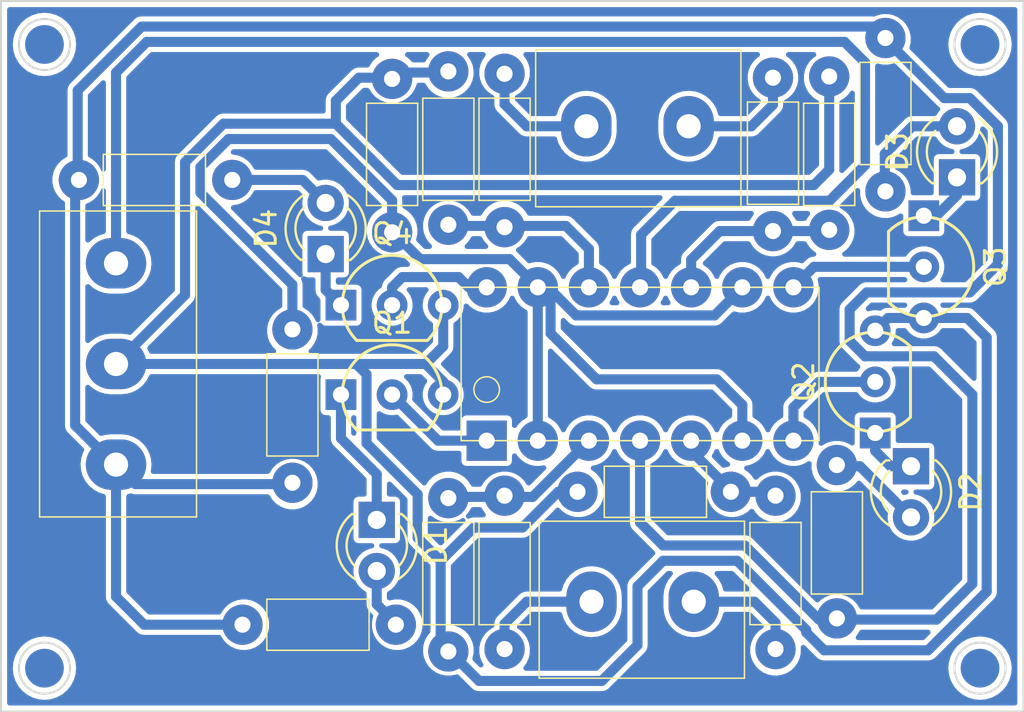
<source format=kicad_pcb>
(kicad_pcb (version 4) (host pcbnew 4.0.6)

  (general
    (links 45)
    (no_connects 0)
    (area 91.389999 86.055999 142.290001 121.462001)
    (thickness 1.6)
    (drawings 8)
    (tracks 176)
    (zones 0)
    (modules 26)
    (nets 25)
  )

  (page A4)
  (layers
    (0 F.Cu signal hide)
    (31 B.Cu signal)
    (32 B.Adhes user hide)
    (33 F.Adhes user hide)
    (34 B.Paste user hide)
    (35 F.Paste user hide)
    (36 B.SilkS user hide)
    (37 F.SilkS user)
    (38 B.Mask user hide)
    (39 F.Mask user)
    (40 Dwgs.User user hide)
    (41 Cmts.User user hide)
    (42 Eco1.User user hide)
    (43 Eco2.User user hide)
    (44 Edge.Cuts user)
    (45 Margin user hide)
    (46 B.CrtYd user hide)
    (47 F.CrtYd user hide)
    (48 B.Fab user)
    (49 F.Fab user hide)
  )

  (setup
    (last_trace_width 0.5)
    (trace_clearance 0.2)
    (zone_clearance 0.254)
    (zone_45_only no)
    (trace_min 0.2)
    (segment_width 0.2)
    (edge_width 0.1)
    (via_size 0.6)
    (via_drill 0.4)
    (via_min_size 0.4)
    (via_min_drill 0.3)
    (uvia_size 0.3)
    (uvia_drill 0.1)
    (uvias_allowed no)
    (uvia_min_size 0.2)
    (uvia_min_drill 0.1)
    (pcb_text_width 0.3)
    (pcb_text_size 1.5 1.5)
    (mod_edge_width 0.15)
    (mod_text_size 1 1)
    (mod_text_width 0.15)
    (pad_size 1.5 1.5)
    (pad_drill 0.6)
    (pad_to_mask_clearance 0)
    (aux_axis_origin 0 0)
    (visible_elements 7FFC7BE1)
    (pcbplotparams
      (layerselection 0x00030_80000001)
      (usegerberextensions false)
      (excludeedgelayer true)
      (linewidth 0.400000)
      (plotframeref false)
      (viasonmask false)
      (mode 1)
      (useauxorigin false)
      (hpglpennumber 1)
      (hpglpenspeed 20)
      (hpglpendiameter 15)
      (hpglpenoverlay 2)
      (psnegative false)
      (psa4output false)
      (plotreference true)
      (plotvalue true)
      (plotinvisibletext false)
      (padsonsilk false)
      (subtractmaskfromsilk false)
      (outputformat 1)
      (mirror false)
      (drillshape 1)
      (scaleselection 1)
      (outputdirectory ""))
  )

  (net 0 "")
  (net 1 "Net-(D1-Pad1)")
  (net 2 "Net-(D1-Pad2)")
  (net 3 "Net-(D2-Pad1)")
  (net 4 "Net-(D2-Pad2)")
  (net 5 "Net-(D3-Pad1)")
  (net 6 "Net-(D3-Pad2)")
  (net 7 "Net-(D4-Pad1)")
  (net 8 "Net-(D4-Pad2)")
  (net 9 GND)
  (net 10 VCC)
  (net 11 "Net-(Q1-Pad2)")
  (net 12 "Net-(Q2-Pad2)")
  (net 13 "Net-(R1-Pad2)")
  (net 14 "Net-(P1-Pad1)")
  (net 15 "Net-(P1-Pad2)")
  (net 16 "Net-(P2-Pad1)")
  (net 17 "Net-(P2-Pad2)")
  (net 18 VSS)
  (net 19 "Net-(Q3-Pad2)")
  (net 20 "Net-(Q4-Pad2)")
  (net 21 "Net-(R3-Pad2)")
  (net 22 "Net-(R5-Pad2)")
  (net 23 "Net-(R7-Pad2)")
  (net 24 "Net-(R10-Pad2)")

  (net_class Default "Questo è il gruppo di collegamenti predefinito"
    (clearance 0.2)
    (trace_width 0.5)
    (via_dia 0.6)
    (via_drill 0.4)
    (uvia_dia 0.3)
    (uvia_drill 0.1)
    (add_net GND)
    (add_net "Net-(D1-Pad1)")
    (add_net "Net-(D1-Pad2)")
    (add_net "Net-(D2-Pad1)")
    (add_net "Net-(D2-Pad2)")
    (add_net "Net-(D3-Pad1)")
    (add_net "Net-(D3-Pad2)")
    (add_net "Net-(D4-Pad1)")
    (add_net "Net-(D4-Pad2)")
    (add_net "Net-(P1-Pad1)")
    (add_net "Net-(P1-Pad2)")
    (add_net "Net-(P2-Pad1)")
    (add_net "Net-(P2-Pad2)")
    (add_net "Net-(Q1-Pad2)")
    (add_net "Net-(Q2-Pad2)")
    (add_net "Net-(Q3-Pad2)")
    (add_net "Net-(Q4-Pad2)")
    (add_net "Net-(R1-Pad2)")
    (add_net "Net-(R10-Pad2)")
    (add_net "Net-(R3-Pad2)")
    (add_net "Net-(R5-Pad2)")
    (add_net "Net-(R7-Pad2)")
    (add_net VCC)
    (add_net VSS)
  )

  (module Impronte:TO-92_Largo (layer F.Cu) (tedit 5877C0BE) (tstamp 59419154)
    (at 134.874 107.569 90)
    (descr "TO-92 leads in-line, wide, drill 0.8mm (see NXP sot054_po.pdf)")
    (tags "to-92 sc-43 sc-43a sot54 PA33 transistor")
    (path /5941A292)
    (fp_text reference Q2 (at 2.54 -3.556 270) (layer F.SilkS)
      (effects (font (size 1 1) (thickness 0.15)))
    )
    (fp_text value BC337 (at 2.54 2.794 90) (layer F.Fab)
      (effects (font (size 1 1) (thickness 0.15)))
    )
    (fp_arc (start 2.54 0) (end 0.8128 -1.778) (angle 90) (layer F.SilkS) (width 0.15))
    (fp_arc (start 2.54 0) (end 0.7874 1.7526) (angle 90) (layer F.SilkS) (width 0.15))
    (fp_arc (start 2.54 0) (end 4.2672 -1.778) (angle 90) (layer F.SilkS) (width 0.15))
    (fp_line (start 0.7874 1.7526) (end 4.2418 1.7526) (layer F.SilkS) (width 0.15))
    (fp_line (start 4.2418 1.7526) (end 4.2926 1.7526) (layer F.SilkS) (width 0.15))
    (pad 2 thru_hole circle (at 2.54 0 180) (size 1.524 1.524) (drill 0.8) (layers *.Cu *.Mask)
      (net 12 "Net-(Q2-Pad2)"))
    (pad 3 thru_hole circle (at 5.08 0 180) (size 1.524 1.524) (drill 0.8) (layers *.Cu *.Mask)
      (net 9 GND))
    (pad 1 thru_hole rect (at 0 0 180) (size 1.524 1.524) (drill 0.8) (layers *.Cu *.Mask)
      (net 3 "Net-(D2-Pad1)"))
    (model TO_SOT_Packages_THT.3dshapes/TO-92_Inline_Wide.wrl
      (at (xyz 0.1 0 0))
      (scale (xyz 1 1 1))
      (rotate (xyz 0 0 -90))
    )
  )

  (module LEDs:LED_D3.0mm (layer F.Cu) (tedit 587A3A7B) (tstamp 59419133)
    (at 107.569 98.679 90)
    (descr "LED, diameter 3.0mm, 2 pins")
    (tags "LED diameter 3.0mm 2 pins")
    (path /5941A731)
    (fp_text reference D4 (at 1.27 -2.96 90) (layer F.SilkS)
      (effects (font (size 1 1) (thickness 0.15)))
    )
    (fp_text value Dx (at 1.27 2.96 90) (layer F.Fab)
      (effects (font (size 1 1) (thickness 0.15)))
    )
    (fp_arc (start 1.27 0) (end -0.23 -1.16619) (angle 284.3) (layer F.Fab) (width 0.1))
    (fp_arc (start 1.27 0) (end -0.29 -1.235516) (angle 108.8) (layer F.SilkS) (width 0.12))
    (fp_arc (start 1.27 0) (end -0.29 1.235516) (angle -108.8) (layer F.SilkS) (width 0.12))
    (fp_arc (start 1.27 0) (end 0.229039 -1.08) (angle 87.9) (layer F.SilkS) (width 0.12))
    (fp_arc (start 1.27 0) (end 0.229039 1.08) (angle -87.9) (layer F.SilkS) (width 0.12))
    (fp_circle (center 1.27 0) (end 2.77 0) (layer F.Fab) (width 0.1))
    (fp_line (start -0.23 -1.16619) (end -0.23 1.16619) (layer F.Fab) (width 0.1))
    (fp_line (start -0.29 -1.236) (end -0.29 -1.08) (layer F.SilkS) (width 0.12))
    (fp_line (start -0.29 1.08) (end -0.29 1.236) (layer F.SilkS) (width 0.12))
    (fp_line (start -1.15 -2.25) (end -1.15 2.25) (layer F.CrtYd) (width 0.05))
    (fp_line (start -1.15 2.25) (end 3.7 2.25) (layer F.CrtYd) (width 0.05))
    (fp_line (start 3.7 2.25) (end 3.7 -2.25) (layer F.CrtYd) (width 0.05))
    (fp_line (start 3.7 -2.25) (end -1.15 -2.25) (layer F.CrtYd) (width 0.05))
    (pad 1 thru_hole rect (at 0 0 90) (size 1.8 1.8) (drill 0.9) (layers *.Cu *.Mask)
      (net 7 "Net-(D4-Pad1)"))
    (pad 2 thru_hole circle (at 2.54 0 90) (size 1.8 1.8) (drill 0.9) (layers *.Cu *.Mask)
      (net 8 "Net-(D4-Pad2)"))
    (model LEDs.3dshapes/LED_D3.0mm.wrl
      (at (xyz 0 0 0))
      (scale (xyz 0.393701 0.393701 0.393701))
      (rotate (xyz 0 0 0))
    )
  )

  (module Impronte:TO-92_Largo (layer F.Cu) (tedit 5877C0BE) (tstamp 59419162)
    (at 108.331 101.219)
    (descr "TO-92 leads in-line, wide, drill 0.8mm (see NXP sot054_po.pdf)")
    (tags "to-92 sc-43 sc-43a sot54 PA33 transistor")
    (path /5941A319)
    (fp_text reference Q4 (at 2.54 -3.556 180) (layer F.SilkS)
      (effects (font (size 1 1) (thickness 0.15)))
    )
    (fp_text value BC337 (at 2.54 2.794) (layer F.Fab)
      (effects (font (size 1 1) (thickness 0.15)))
    )
    (fp_arc (start 2.54 0) (end 0.8128 -1.778) (angle 90) (layer F.SilkS) (width 0.15))
    (fp_arc (start 2.54 0) (end 0.7874 1.7526) (angle 90) (layer F.SilkS) (width 0.15))
    (fp_arc (start 2.54 0) (end 4.2672 -1.778) (angle 90) (layer F.SilkS) (width 0.15))
    (fp_line (start 0.7874 1.7526) (end 4.2418 1.7526) (layer F.SilkS) (width 0.15))
    (fp_line (start 4.2418 1.7526) (end 4.2926 1.7526) (layer F.SilkS) (width 0.15))
    (pad 2 thru_hole circle (at 2.54 0 90) (size 1.524 1.524) (drill 0.8) (layers *.Cu *.Mask)
      (net 20 "Net-(Q4-Pad2)"))
    (pad 3 thru_hole circle (at 5.08 0 90) (size 1.524 1.524) (drill 0.8) (layers *.Cu *.Mask)
      (net 9 GND))
    (pad 1 thru_hole rect (at 0 0 90) (size 1.524 1.524) (drill 0.8) (layers *.Cu *.Mask)
      (net 7 "Net-(D4-Pad1)"))
    (model TO_SOT_Packages_THT.3dshapes/TO-92_Inline_Wide.wrl
      (at (xyz 0.1 0 0))
      (scale (xyz 1 1 1))
      (rotate (xyz 0 0 -90))
    )
  )

  (module LEDs:LED_D3.0mm (layer F.Cu) (tedit 587A3A7B) (tstamp 59419127)
    (at 136.652 109.22 270)
    (descr "LED, diameter 3.0mm, 2 pins")
    (tags "LED diameter 3.0mm 2 pins")
    (path /5941A5BC)
    (fp_text reference D2 (at 1.27 -2.96 270) (layer F.SilkS)
      (effects (font (size 1 1) (thickness 0.15)))
    )
    (fp_text value S+ (at 1.27 2.96 270) (layer F.Fab)
      (effects (font (size 1 1) (thickness 0.15)))
    )
    (fp_arc (start 1.27 0) (end -0.23 -1.16619) (angle 284.3) (layer F.Fab) (width 0.1))
    (fp_arc (start 1.27 0) (end -0.29 -1.235516) (angle 108.8) (layer F.SilkS) (width 0.12))
    (fp_arc (start 1.27 0) (end -0.29 1.235516) (angle -108.8) (layer F.SilkS) (width 0.12))
    (fp_arc (start 1.27 0) (end 0.229039 -1.08) (angle 87.9) (layer F.SilkS) (width 0.12))
    (fp_arc (start 1.27 0) (end 0.229039 1.08) (angle -87.9) (layer F.SilkS) (width 0.12))
    (fp_circle (center 1.27 0) (end 2.77 0) (layer F.Fab) (width 0.1))
    (fp_line (start -0.23 -1.16619) (end -0.23 1.16619) (layer F.Fab) (width 0.1))
    (fp_line (start -0.29 -1.236) (end -0.29 -1.08) (layer F.SilkS) (width 0.12))
    (fp_line (start -0.29 1.08) (end -0.29 1.236) (layer F.SilkS) (width 0.12))
    (fp_line (start -1.15 -2.25) (end -1.15 2.25) (layer F.CrtYd) (width 0.05))
    (fp_line (start -1.15 2.25) (end 3.7 2.25) (layer F.CrtYd) (width 0.05))
    (fp_line (start 3.7 2.25) (end 3.7 -2.25) (layer F.CrtYd) (width 0.05))
    (fp_line (start 3.7 -2.25) (end -1.15 -2.25) (layer F.CrtYd) (width 0.05))
    (pad 1 thru_hole rect (at 0 0 270) (size 1.8 1.8) (drill 0.9) (layers *.Cu *.Mask)
      (net 3 "Net-(D2-Pad1)"))
    (pad 2 thru_hole circle (at 2.54 0 270) (size 1.8 1.8) (drill 0.9) (layers *.Cu *.Mask)
      (net 4 "Net-(D2-Pad2)"))
    (model LEDs.3dshapes/LED_D3.0mm.wrl
      (at (xyz 0 0 0))
      (scale (xyz 0.393701 0.393701 0.393701))
      (rotate (xyz 0 0 0))
    )
  )

  (module Impronte:TO-92_Largo (layer F.Cu) (tedit 5877C0BE) (tstamp 5941915B)
    (at 137.287 96.774 270)
    (descr "TO-92 leads in-line, wide, drill 0.8mm (see NXP sot054_po.pdf)")
    (tags "to-92 sc-43 sc-43a sot54 PA33 transistor")
    (path /5941A2D9)
    (fp_text reference Q3 (at 2.54 -3.556 450) (layer F.SilkS)
      (effects (font (size 1 1) (thickness 0.15)))
    )
    (fp_text value BC337 (at 2.54 2.794 270) (layer F.Fab)
      (effects (font (size 1 1) (thickness 0.15)))
    )
    (fp_arc (start 2.54 0) (end 0.8128 -1.778) (angle 90) (layer F.SilkS) (width 0.15))
    (fp_arc (start 2.54 0) (end 0.7874 1.7526) (angle 90) (layer F.SilkS) (width 0.15))
    (fp_arc (start 2.54 0) (end 4.2672 -1.778) (angle 90) (layer F.SilkS) (width 0.15))
    (fp_line (start 0.7874 1.7526) (end 4.2418 1.7526) (layer F.SilkS) (width 0.15))
    (fp_line (start 4.2418 1.7526) (end 4.2926 1.7526) (layer F.SilkS) (width 0.15))
    (pad 2 thru_hole circle (at 2.54 0) (size 1.524 1.524) (drill 0.8) (layers *.Cu *.Mask)
      (net 19 "Net-(Q3-Pad2)"))
    (pad 3 thru_hole circle (at 5.08 0) (size 1.524 1.524) (drill 0.8) (layers *.Cu *.Mask)
      (net 9 GND))
    (pad 1 thru_hole rect (at 0 0) (size 1.524 1.524) (drill 0.8) (layers *.Cu *.Mask)
      (net 5 "Net-(D3-Pad1)"))
    (model TO_SOT_Packages_THT.3dshapes/TO-92_Inline_Wide.wrl
      (at (xyz 0.1 0 0))
      (scale (xyz 1 1 1))
      (rotate (xyz 0 0 -90))
    )
  )

  (module Impronte:TO-92_Largo (layer F.Cu) (tedit 5877C0BE) (tstamp 5941914D)
    (at 108.331 105.664)
    (descr "TO-92 leads in-line, wide, drill 0.8mm (see NXP sot054_po.pdf)")
    (tags "to-92 sc-43 sc-43a sot54 PA33 transistor")
    (path /5941A247)
    (fp_text reference Q1 (at 2.54 -3.556 180) (layer F.SilkS)
      (effects (font (size 1 1) (thickness 0.15)))
    )
    (fp_text value BC337 (at 2.54 2.794) (layer F.Fab)
      (effects (font (size 1 1) (thickness 0.15)))
    )
    (fp_arc (start 2.54 0) (end 0.8128 -1.778) (angle 90) (layer F.SilkS) (width 0.15))
    (fp_arc (start 2.54 0) (end 0.7874 1.7526) (angle 90) (layer F.SilkS) (width 0.15))
    (fp_arc (start 2.54 0) (end 4.2672 -1.778) (angle 90) (layer F.SilkS) (width 0.15))
    (fp_line (start 0.7874 1.7526) (end 4.2418 1.7526) (layer F.SilkS) (width 0.15))
    (fp_line (start 4.2418 1.7526) (end 4.2926 1.7526) (layer F.SilkS) (width 0.15))
    (pad 2 thru_hole circle (at 2.54 0 90) (size 1.524 1.524) (drill 0.8) (layers *.Cu *.Mask)
      (net 11 "Net-(Q1-Pad2)"))
    (pad 3 thru_hole circle (at 5.08 0 90) (size 1.524 1.524) (drill 0.8) (layers *.Cu *.Mask)
      (net 9 GND))
    (pad 1 thru_hole rect (at 0 0 90) (size 1.524 1.524) (drill 0.8) (layers *.Cu *.Mask)
      (net 1 "Net-(D1-Pad1)"))
    (model TO_SOT_Packages_THT.3dshapes/TO-92_Inline_Wide.wrl
      (at (xyz 0.1 0 0))
      (scale (xyz 1 1 1))
      (rotate (xyz 0 0 -90))
    )
  )

  (module LEDs:LED_D3.0mm (layer F.Cu) (tedit 587A3A7B) (tstamp 59419121)
    (at 110.109 111.887 270)
    (descr "LED, diameter 3.0mm, 2 pins")
    (tags "LED diameter 3.0mm 2 pins")
    (path /5941A58D)
    (fp_text reference D1 (at 1.27 -2.96 270) (layer F.SilkS)
      (effects (font (size 1 1) (thickness 0.15)))
    )
    (fp_text value Sx (at 1.27 2.96 270) (layer F.Fab)
      (effects (font (size 1 1) (thickness 0.15)))
    )
    (fp_arc (start 1.27 0) (end -0.23 -1.16619) (angle 284.3) (layer F.Fab) (width 0.1))
    (fp_arc (start 1.27 0) (end -0.29 -1.235516) (angle 108.8) (layer F.SilkS) (width 0.12))
    (fp_arc (start 1.27 0) (end -0.29 1.235516) (angle -108.8) (layer F.SilkS) (width 0.12))
    (fp_arc (start 1.27 0) (end 0.229039 -1.08) (angle 87.9) (layer F.SilkS) (width 0.12))
    (fp_arc (start 1.27 0) (end 0.229039 1.08) (angle -87.9) (layer F.SilkS) (width 0.12))
    (fp_circle (center 1.27 0) (end 2.77 0) (layer F.Fab) (width 0.1))
    (fp_line (start -0.23 -1.16619) (end -0.23 1.16619) (layer F.Fab) (width 0.1))
    (fp_line (start -0.29 -1.236) (end -0.29 -1.08) (layer F.SilkS) (width 0.12))
    (fp_line (start -0.29 1.08) (end -0.29 1.236) (layer F.SilkS) (width 0.12))
    (fp_line (start -1.15 -2.25) (end -1.15 2.25) (layer F.CrtYd) (width 0.05))
    (fp_line (start -1.15 2.25) (end 3.7 2.25) (layer F.CrtYd) (width 0.05))
    (fp_line (start 3.7 2.25) (end 3.7 -2.25) (layer F.CrtYd) (width 0.05))
    (fp_line (start 3.7 -2.25) (end -1.15 -2.25) (layer F.CrtYd) (width 0.05))
    (pad 1 thru_hole rect (at 0 0 270) (size 1.8 1.8) (drill 0.9) (layers *.Cu *.Mask)
      (net 1 "Net-(D1-Pad1)"))
    (pad 2 thru_hole circle (at 2.54 0 270) (size 1.8 1.8) (drill 0.9) (layers *.Cu *.Mask)
      (net 2 "Net-(D1-Pad2)"))
    (model LEDs.3dshapes/LED_D3.0mm.wrl
      (at (xyz 0 0 0))
      (scale (xyz 0.393701 0.393701 0.393701))
      (rotate (xyz 0 0 0))
    )
  )

  (module LEDs:LED_D3.0mm (layer F.Cu) (tedit 587A3A7B) (tstamp 5941912D)
    (at 138.938 94.869 90)
    (descr "LED, diameter 3.0mm, 2 pins")
    (tags "LED diameter 3.0mm 2 pins")
    (path /5941A62B)
    (fp_text reference D3 (at 1.27 -2.96 90) (layer F.SilkS)
      (effects (font (size 1 1) (thickness 0.15)))
    )
    (fp_text value S- (at 1.27 2.96 90) (layer F.Fab)
      (effects (font (size 1 1) (thickness 0.15)))
    )
    (fp_arc (start 1.27 0) (end -0.23 -1.16619) (angle 284.3) (layer F.Fab) (width 0.1))
    (fp_arc (start 1.27 0) (end -0.29 -1.235516) (angle 108.8) (layer F.SilkS) (width 0.12))
    (fp_arc (start 1.27 0) (end -0.29 1.235516) (angle -108.8) (layer F.SilkS) (width 0.12))
    (fp_arc (start 1.27 0) (end 0.229039 -1.08) (angle 87.9) (layer F.SilkS) (width 0.12))
    (fp_arc (start 1.27 0) (end 0.229039 1.08) (angle -87.9) (layer F.SilkS) (width 0.12))
    (fp_circle (center 1.27 0) (end 2.77 0) (layer F.Fab) (width 0.1))
    (fp_line (start -0.23 -1.16619) (end -0.23 1.16619) (layer F.Fab) (width 0.1))
    (fp_line (start -0.29 -1.236) (end -0.29 -1.08) (layer F.SilkS) (width 0.12))
    (fp_line (start -0.29 1.08) (end -0.29 1.236) (layer F.SilkS) (width 0.12))
    (fp_line (start -1.15 -2.25) (end -1.15 2.25) (layer F.CrtYd) (width 0.05))
    (fp_line (start -1.15 2.25) (end 3.7 2.25) (layer F.CrtYd) (width 0.05))
    (fp_line (start 3.7 2.25) (end 3.7 -2.25) (layer F.CrtYd) (width 0.05))
    (fp_line (start 3.7 -2.25) (end -1.15 -2.25) (layer F.CrtYd) (width 0.05))
    (pad 1 thru_hole rect (at 0 0 90) (size 1.8 1.8) (drill 0.9) (layers *.Cu *.Mask)
      (net 5 "Net-(D3-Pad1)"))
    (pad 2 thru_hole circle (at 2.54 0 90) (size 1.8 1.8) (drill 0.9) (layers *.Cu *.Mask)
      (net 6 "Net-(D3-Pad2)"))
    (model LEDs.3dshapes/LED_D3.0mm.wrl
      (at (xyz 0 0 0))
      (scale (xyz 0.393701 0.393701 0.393701))
      (rotate (xyz 0 0 0))
    )
  )

  (module Impronte:DIP-14 (layer F.Cu) (tedit 59438A28) (tstamp 594191CB)
    (at 114.3 107.95)
    (path /5941A173)
    (fp_text reference U1 (at 1.143 -4.064) (layer Eco1.User)
      (effects (font (size 0.5 0.5) (thickness 0.1)))
    )
    (fp_text value LM324 (at 9.271 -4.064) (layer Eco2.User)
      (effects (font (size 0.5 0.5) (thickness 0.1)))
    )
    (fp_line (start 0 0) (end 0 -7.62) (layer F.SilkS) (width 0.075))
    (fp_line (start 17.78 0) (end 0 0) (layer F.SilkS) (width 0.075))
    (fp_line (start 17.78 -7.62) (end 17.78 0) (layer F.SilkS) (width 0.075))
    (fp_line (start 0 -7.62) (end 17.78 -7.62) (layer F.SilkS) (width 0.075))
    (fp_circle (center 1.27 -2.54) (end 1.905 -2.54) (layer F.SilkS) (width 0.075))
    (pad 1 thru_hole rect (at 1.27 0) (size 2 2) (drill 0.8) (layers *.Cu *.Mask)
      (net 11 "Net-(Q1-Pad2)"))
    (pad 2 thru_hole circle (at 3.81 0) (size 2 2) (drill 0.8) (layers *.Cu *.Mask)
      (net 24 "Net-(R10-Pad2)"))
    (pad 3 thru_hole circle (at 6.35 0) (size 2 2) (drill 0.8) (layers *.Cu *.Mask)
      (net 22 "Net-(R5-Pad2)"))
    (pad 4 thru_hole circle (at 8.89 0) (size 2 2) (drill 0.8) (layers *.Cu *.Mask)
      (net 10 VCC))
    (pad 5 thru_hole circle (at 11.43 0) (size 2 2) (drill 0.8) (layers *.Cu *.Mask)
      (net 23 "Net-(R7-Pad2)"))
    (pad 6 thru_hole circle (at 13.97 0) (size 2 2) (drill 0.8) (layers *.Cu *.Mask)
      (net 24 "Net-(R10-Pad2)"))
    (pad 7 thru_hole circle (at 16.51 0) (size 2 2) (drill 0.8) (layers *.Cu *.Mask)
      (net 12 "Net-(Q2-Pad2)"))
    (pad 8 thru_hole circle (at 16.51 -7.62) (size 2 2) (drill 0.8) (layers *.Cu *.Mask)
      (net 19 "Net-(Q3-Pad2)"))
    (pad 9 thru_hole circle (at 13.97 -7.62) (size 2 2) (drill 0.8) (layers *.Cu *.Mask)
      (net 24 "Net-(R10-Pad2)"))
    (pad 10 thru_hole circle (at 11.43 -7.62) (size 2 2) (drill 0.8) (layers *.Cu *.Mask)
      (net 13 "Net-(R1-Pad2)"))
    (pad 11 thru_hole circle (at 8.89 -7.62) (size 2 2) (drill 0.8) (layers *.Cu *.Mask)
      (net 18 VSS))
    (pad 12 thru_hole circle (at 6.35 -7.62) (size 2 2) (drill 0.8) (layers *.Cu *.Mask)
      (net 21 "Net-(R3-Pad2)"))
    (pad 13 thru_hole circle (at 3.81 -7.62) (size 2 2) (drill 0.8) (layers *.Cu *.Mask)
      (net 24 "Net-(R10-Pad2)"))
    (pad 14 thru_hole circle (at 1.27 -7.62) (size 2 2) (drill 0.8) (layers *.Cu *.Mask)
      (net 20 "Net-(Q4-Pad2)"))
    (model Housings_DIP.3dshapes/DIP-14_W7.62mm.wrl
      (at (xyz 0.05 -0 0.05))
      (scale (xyz 1 1 1))
      (rotate (xyz 0 0 -90))
    )
  )

  (module Impronte:Res_Orizz_7mm (layer F.Cu) (tedit 59438C30) (tstamp 594196FA)
    (at 132.969 113.03 90)
    (descr "Resistor, Axial,  RM 10mm, 1/3W")
    (tags "Resistor Axial RM 10mm 1/3W")
    (path /5941A8EF)
    (fp_text reference R12 (at -1.4 -0.85 90) (layer Eco1.User)
      (effects (font (size 0.5 0.5) (thickness 0.1)))
    )
    (fp_text value 910 (at 0.35 0 90) (layer Eco2.User)
      (effects (font (size 0.5 0.5) (thickness 0.1)))
    )
    (fp_line (start -2.54 1.27) (end -2.54 -1.27) (layer F.SilkS) (width 0.075))
    (fp_line (start 2.54 1.27) (end -2.54 1.27) (layer F.SilkS) (width 0.075))
    (fp_line (start 2.54 1.27) (end 2.54 -1.27) (layer F.SilkS) (width 0.075))
    (fp_line (start 2.54 -1.27) (end -2.54 -1.27) (layer F.SilkS) (width 0.075))
    (pad 1 thru_hole circle (at -3.75 0 90) (size 2 2) (drill 0.8) (layers *.Cu *.Mask)
      (net 10 VCC))
    (pad 2 thru_hole circle (at 3.87 0 90) (size 2 2) (drill 0.8) (layers *.Cu *.Mask)
      (net 4 "Net-(D2-Pad2)"))
    (model Resistors_THT.3dshapes/R_Axial_DIN0207_L6.3mm_D2.5mm_P7.62mm_Horizontal.wrl
      (at (xyz -0.15 0 0))
      (scale (xyz 0.4 0.4 0.4))
      (rotate (xyz 0 0 0))
    )
  )

  (module Impronte:Res_Orizz_7mm (layer F.Cu) (tedit 59438C30) (tstamp 594196F0)
    (at 110.871 93.726 270)
    (descr "Resistor, Axial,  RM 10mm, 1/3W")
    (tags "Resistor Axial RM 10mm 1/3W")
    (path /5941CB23)
    (fp_text reference R10 (at -1.4 -0.85 270) (layer Eco1.User)
      (effects (font (size 0.5 0.5) (thickness 0.1)))
    )
    (fp_text value 68k (at 0.35 0 270) (layer Eco2.User)
      (effects (font (size 0.5 0.5) (thickness 0.1)))
    )
    (fp_line (start -2.54 1.27) (end -2.54 -1.27) (layer F.SilkS) (width 0.075))
    (fp_line (start 2.54 1.27) (end -2.54 1.27) (layer F.SilkS) (width 0.075))
    (fp_line (start 2.54 1.27) (end 2.54 -1.27) (layer F.SilkS) (width 0.075))
    (fp_line (start 2.54 -1.27) (end -2.54 -1.27) (layer F.SilkS) (width 0.075))
    (pad 1 thru_hole circle (at -3.75 0 270) (size 2 2) (drill 0.8) (layers *.Cu *.Mask)
      (net 9 GND))
    (pad 2 thru_hole circle (at 3.87 0 270) (size 2 2) (drill 0.8) (layers *.Cu *.Mask)
      (net 24 "Net-(R10-Pad2)"))
    (model Resistors_THT.3dshapes/R_Axial_DIN0207_L6.3mm_D2.5mm_P7.62mm_Horizontal.wrl
      (at (xyz -0.15 0 0))
      (scale (xyz 0.4 0.4 0.4))
      (rotate (xyz 0 0 0))
    )
  )

  (module Impronte:Res_Orizz_7mm (layer F.Cu) (tedit 59438C30) (tstamp 594196E6)
    (at 123.952 110.49 180)
    (descr "Resistor, Axial,  RM 10mm, 1/3W")
    (tags "Resistor Axial RM 10mm 1/3W")
    (path /5941D56E)
    (fp_text reference R8 (at -1.4 -0.85 180) (layer Eco1.User)
      (effects (font (size 0.5 0.5) (thickness 0.1)))
    )
    (fp_text value 100k (at 0.35 0 180) (layer Eco2.User)
      (effects (font (size 0.5 0.5) (thickness 0.1)))
    )
    (fp_line (start -2.54 1.27) (end -2.54 -1.27) (layer F.SilkS) (width 0.075))
    (fp_line (start 2.54 1.27) (end -2.54 1.27) (layer F.SilkS) (width 0.075))
    (fp_line (start 2.54 1.27) (end 2.54 -1.27) (layer F.SilkS) (width 0.075))
    (fp_line (start 2.54 -1.27) (end -2.54 -1.27) (layer F.SilkS) (width 0.075))
    (pad 1 thru_hole circle (at -3.75 0 180) (size 2 2) (drill 0.8) (layers *.Cu *.Mask)
      (net 23 "Net-(R7-Pad2)"))
    (pad 2 thru_hole circle (at 3.87 0 180) (size 2 2) (drill 0.8) (layers *.Cu *.Mask)
      (net 9 GND))
    (model Resistors_THT.3dshapes/R_Axial_DIN0207_L6.3mm_D2.5mm_P7.62mm_Horizontal.wrl
      (at (xyz -0.15 0 0))
      (scale (xyz 0.4 0.4 0.4))
      (rotate (xyz 0 0 0))
    )
  )

  (module Impronte:Res_Orizz_7mm (layer F.Cu) (tedit 59438C30) (tstamp 594196E1)
    (at 129.921 114.554 90)
    (descr "Resistor, Axial,  RM 10mm, 1/3W")
    (tags "Resistor Axial RM 10mm 1/3W")
    (path /5941D5BB)
    (fp_text reference R7 (at -1.4 -0.85 90) (layer Eco1.User)
      (effects (font (size 0.5 0.5) (thickness 0.1)))
    )
    (fp_text value 47k (at 0.35 0 90) (layer Eco2.User)
      (effects (font (size 0.5 0.5) (thickness 0.1)))
    )
    (fp_line (start -2.54 1.27) (end -2.54 -1.27) (layer F.SilkS) (width 0.075))
    (fp_line (start 2.54 1.27) (end -2.54 1.27) (layer F.SilkS) (width 0.075))
    (fp_line (start 2.54 1.27) (end 2.54 -1.27) (layer F.SilkS) (width 0.075))
    (fp_line (start 2.54 -1.27) (end -2.54 -1.27) (layer F.SilkS) (width 0.075))
    (pad 1 thru_hole circle (at -3.75 0 90) (size 2 2) (drill 0.8) (layers *.Cu *.Mask)
      (net 15 "Net-(P1-Pad2)"))
    (pad 2 thru_hole circle (at 3.87 0 90) (size 2 2) (drill 0.8) (layers *.Cu *.Mask)
      (net 23 "Net-(R7-Pad2)"))
    (model Resistors_THT.3dshapes/R_Axial_DIN0207_L6.3mm_D2.5mm_P7.62mm_Horizontal.wrl
      (at (xyz -0.15 0 0))
      (scale (xyz 0.4 0.4 0.4))
      (rotate (xyz 0 0 0))
    )
  )

  (module Impronte:Res_Orizz_7mm (layer F.Cu) (tedit 59438C30) (tstamp 594196DC)
    (at 113.665 114.554 270)
    (descr "Resistor, Axial,  RM 10mm, 1/3W")
    (tags "Resistor Axial RM 10mm 1/3W")
    (path /5941D523)
    (fp_text reference R6 (at -1.4 -0.85 270) (layer Eco1.User)
      (effects (font (size 0.5 0.5) (thickness 0.1)))
    )
    (fp_text value 100k (at 0.35 0 270) (layer Eco2.User)
      (effects (font (size 0.5 0.5) (thickness 0.1)))
    )
    (fp_line (start -2.54 1.27) (end -2.54 -1.27) (layer F.SilkS) (width 0.075))
    (fp_line (start 2.54 1.27) (end -2.54 1.27) (layer F.SilkS) (width 0.075))
    (fp_line (start 2.54 1.27) (end 2.54 -1.27) (layer F.SilkS) (width 0.075))
    (fp_line (start 2.54 -1.27) (end -2.54 -1.27) (layer F.SilkS) (width 0.075))
    (pad 1 thru_hole circle (at -3.75 0 270) (size 2 2) (drill 0.8) (layers *.Cu *.Mask)
      (net 22 "Net-(R5-Pad2)"))
    (pad 2 thru_hole circle (at 3.87 0 270) (size 2 2) (drill 0.8) (layers *.Cu *.Mask)
      (net 9 GND))
    (model Resistors_THT.3dshapes/R_Axial_DIN0207_L6.3mm_D2.5mm_P7.62mm_Horizontal.wrl
      (at (xyz -0.15 0 0))
      (scale (xyz 0.4 0.4 0.4))
      (rotate (xyz 0 0 0))
    )
  )

  (module Impronte:Res_Orizz_7mm (layer F.Cu) (tedit 59438C30) (tstamp 594196D7)
    (at 116.459 114.554 90)
    (descr "Resistor, Axial,  RM 10mm, 1/3W")
    (tags "Resistor Axial RM 10mm 1/3W")
    (path /5941D4DC)
    (fp_text reference R5 (at -1.4 -0.85 90) (layer Eco1.User)
      (effects (font (size 0.5 0.5) (thickness 0.1)))
    )
    (fp_text value 47k (at 0.35 0 90) (layer Eco2.User)
      (effects (font (size 0.5 0.5) (thickness 0.1)))
    )
    (fp_line (start -2.54 1.27) (end -2.54 -1.27) (layer F.SilkS) (width 0.075))
    (fp_line (start 2.54 1.27) (end -2.54 1.27) (layer F.SilkS) (width 0.075))
    (fp_line (start 2.54 1.27) (end 2.54 -1.27) (layer F.SilkS) (width 0.075))
    (fp_line (start 2.54 -1.27) (end -2.54 -1.27) (layer F.SilkS) (width 0.075))
    (pad 1 thru_hole circle (at -3.75 0 90) (size 2 2) (drill 0.8) (layers *.Cu *.Mask)
      (net 14 "Net-(P1-Pad1)"))
    (pad 2 thru_hole circle (at 3.87 0 90) (size 2 2) (drill 0.8) (layers *.Cu *.Mask)
      (net 22 "Net-(R5-Pad2)"))
    (model Resistors_THT.3dshapes/R_Axial_DIN0207_L6.3mm_D2.5mm_P7.62mm_Horizontal.wrl
      (at (xyz -0.15 0 0))
      (scale (xyz 0.4 0.4 0.4))
      (rotate (xyz 0 0 0))
    )
  )

  (module Impronte:Res_Orizz_7mm (layer F.Cu) (tedit 59438C30) (tstamp 594196CD)
    (at 116.459 93.472 270)
    (descr "Resistor, Axial,  RM 10mm, 1/3W")
    (tags "Resistor Axial RM 10mm 1/3W")
    (path /5941D452)
    (fp_text reference R3 (at -1.4 -0.85 270) (layer Eco1.User)
      (effects (font (size 0.5 0.5) (thickness 0.1)))
    )
    (fp_text value 47k (at 0.35 0 270) (layer Eco2.User)
      (effects (font (size 0.5 0.5) (thickness 0.1)))
    )
    (fp_line (start -2.54 1.27) (end -2.54 -1.27) (layer F.SilkS) (width 0.075))
    (fp_line (start 2.54 1.27) (end -2.54 1.27) (layer F.SilkS) (width 0.075))
    (fp_line (start 2.54 1.27) (end 2.54 -1.27) (layer F.SilkS) (width 0.075))
    (fp_line (start 2.54 -1.27) (end -2.54 -1.27) (layer F.SilkS) (width 0.075))
    (pad 1 thru_hole circle (at -3.75 0 270) (size 2 2) (drill 0.8) (layers *.Cu *.Mask)
      (net 17 "Net-(P2-Pad2)"))
    (pad 2 thru_hole circle (at 3.87 0 270) (size 2 2) (drill 0.8) (layers *.Cu *.Mask)
      (net 21 "Net-(R3-Pad2)"))
    (model Resistors_THT.3dshapes/R_Axial_DIN0207_L6.3mm_D2.5mm_P7.62mm_Horizontal.wrl
      (at (xyz -0.15 0 0))
      (scale (xyz 0.4 0.4 0.4))
      (rotate (xyz 0 0 0))
    )
  )

  (module Impronte:Res_Orizz_7mm (layer F.Cu) (tedit 59438C30) (tstamp 594196C8)
    (at 132.588 93.726 90)
    (descr "Resistor, Axial,  RM 10mm, 1/3W")
    (tags "Resistor Axial RM 10mm 1/3W")
    (path /5941D3CC)
    (fp_text reference R2 (at -1.4 -0.85 90) (layer Eco1.User)
      (effects (font (size 0.5 0.5) (thickness 0.1)))
    )
    (fp_text value 100k (at 0.35 0 90) (layer Eco2.User)
      (effects (font (size 0.5 0.5) (thickness 0.1)))
    )
    (fp_line (start -2.54 1.27) (end -2.54 -1.27) (layer F.SilkS) (width 0.075))
    (fp_line (start 2.54 1.27) (end -2.54 1.27) (layer F.SilkS) (width 0.075))
    (fp_line (start 2.54 1.27) (end 2.54 -1.27) (layer F.SilkS) (width 0.075))
    (fp_line (start 2.54 -1.27) (end -2.54 -1.27) (layer F.SilkS) (width 0.075))
    (pad 1 thru_hole circle (at -3.75 0 90) (size 2 2) (drill 0.8) (layers *.Cu *.Mask)
      (net 13 "Net-(R1-Pad2)"))
    (pad 2 thru_hole circle (at 3.87 0 90) (size 2 2) (drill 0.8) (layers *.Cu *.Mask)
      (net 9 GND))
    (model Resistors_THT.3dshapes/R_Axial_DIN0207_L6.3mm_D2.5mm_P7.62mm_Horizontal.wrl
      (at (xyz -0.15 0 0))
      (scale (xyz 0.4 0.4 0.4))
      (rotate (xyz 0 0 0))
    )
  )

  (module Impronte:Res_Orizz_7mm (layer F.Cu) (tedit 59438C30) (tstamp 594196C3)
    (at 129.794 93.666 270)
    (descr "Resistor, Axial,  RM 10mm, 1/3W")
    (tags "Resistor Axial RM 10mm 1/3W")
    (path /5941D381)
    (fp_text reference R1 (at -1.4 -0.85 270) (layer Eco1.User)
      (effects (font (size 0.5 0.5) (thickness 0.1)))
    )
    (fp_text value 47k (at 0.35 0 270) (layer Eco2.User)
      (effects (font (size 0.5 0.5) (thickness 0.1)))
    )
    (fp_line (start -2.54 1.27) (end -2.54 -1.27) (layer F.SilkS) (width 0.075))
    (fp_line (start 2.54 1.27) (end -2.54 1.27) (layer F.SilkS) (width 0.075))
    (fp_line (start 2.54 1.27) (end 2.54 -1.27) (layer F.SilkS) (width 0.075))
    (fp_line (start 2.54 -1.27) (end -2.54 -1.27) (layer F.SilkS) (width 0.075))
    (pad 1 thru_hole circle (at -3.75 0 270) (size 2 2) (drill 0.8) (layers *.Cu *.Mask)
      (net 16 "Net-(P2-Pad1)"))
    (pad 2 thru_hole circle (at 3.87 0 270) (size 2 2) (drill 0.8) (layers *.Cu *.Mask)
      (net 13 "Net-(R1-Pad2)"))
    (model Resistors_THT.3dshapes/R_Axial_DIN0207_L6.3mm_D2.5mm_P7.62mm_Horizontal.wrl
      (at (xyz -0.15 0 0))
      (scale (xyz 0.4 0.4 0.4))
      (rotate (xyz 0 0 0))
    )
  )

  (module Impronte:Res_Orizz_7mm (layer F.Cu) (tedit 59438C30) (tstamp 594196EB)
    (at 105.918 106.172 270)
    (descr "Resistor, Axial,  RM 10mm, 1/3W")
    (tags "Resistor Axial RM 10mm 1/3W")
    (path /5941CA58)
    (fp_text reference R9 (at -1.4 -0.85 270) (layer Eco1.User)
      (effects (font (size 0.5 0.5) (thickness 0.1)))
    )
    (fp_text value 33k (at 0.35 0 270) (layer Eco2.User)
      (effects (font (size 0.5 0.5) (thickness 0.1)))
    )
    (fp_line (start -2.54 1.27) (end -2.54 -1.27) (layer F.SilkS) (width 0.075))
    (fp_line (start 2.54 1.27) (end -2.54 1.27) (layer F.SilkS) (width 0.075))
    (fp_line (start 2.54 1.27) (end 2.54 -1.27) (layer F.SilkS) (width 0.075))
    (fp_line (start 2.54 -1.27) (end -2.54 -1.27) (layer F.SilkS) (width 0.075))
    (pad 1 thru_hole circle (at -3.75 0 270) (size 2 2) (drill 0.8) (layers *.Cu *.Mask)
      (net 24 "Net-(R10-Pad2)"))
    (pad 2 thru_hole circle (at 3.87 0 270) (size 2 2) (drill 0.8) (layers *.Cu *.Mask)
      (net 10 VCC))
    (model Resistors_THT.3dshapes/R_Axial_DIN0207_L6.3mm_D2.5mm_P7.62mm_Horizontal.wrl
      (at (xyz -0.15 0 0))
      (scale (xyz 0.4 0.4 0.4))
      (rotate (xyz 0 0 0))
    )
  )

  (module Impronte:Res_Orizz_7mm (layer F.Cu) (tedit 59438C30) (tstamp 594196F5)
    (at 107.188 117.094)
    (descr "Resistor, Axial,  RM 10mm, 1/3W")
    (tags "Resistor Axial RM 10mm 1/3W")
    (path /5941A88F)
    (fp_text reference R11 (at -1.4 -0.85) (layer Eco1.User)
      (effects (font (size 0.5 0.5) (thickness 0.1)))
    )
    (fp_text value 910 (at 0.35 0) (layer Eco2.User)
      (effects (font (size 0.5 0.5) (thickness 0.1)))
    )
    (fp_line (start -2.54 1.27) (end -2.54 -1.27) (layer F.SilkS) (width 0.075))
    (fp_line (start 2.54 1.27) (end -2.54 1.27) (layer F.SilkS) (width 0.075))
    (fp_line (start 2.54 1.27) (end 2.54 -1.27) (layer F.SilkS) (width 0.075))
    (fp_line (start 2.54 -1.27) (end -2.54 -1.27) (layer F.SilkS) (width 0.075))
    (pad 1 thru_hole circle (at -3.75 0) (size 2 2) (drill 0.8) (layers *.Cu *.Mask)
      (net 10 VCC))
    (pad 2 thru_hole circle (at 3.87 0) (size 2 2) (drill 0.8) (layers *.Cu *.Mask)
      (net 2 "Net-(D1-Pad2)"))
    (model Resistors_THT.3dshapes/R_Axial_DIN0207_L6.3mm_D2.5mm_P7.62mm_Horizontal.wrl
      (at (xyz -0.15 0 0))
      (scale (xyz 0.4 0.4 0.4))
      (rotate (xyz 0 0 0))
    )
  )

  (module Impronte:Res_Orizz_7mm (layer F.Cu) (tedit 59438C30) (tstamp 594196D2)
    (at 113.665 93.472 90)
    (descr "Resistor, Axial,  RM 10mm, 1/3W")
    (tags "Resistor Axial RM 10mm 1/3W")
    (path /5941D495)
    (fp_text reference R4 (at -1.4 -0.85 90) (layer Eco1.User)
      (effects (font (size 0.5 0.5) (thickness 0.1)))
    )
    (fp_text value 100k (at 0.35 0 90) (layer Eco2.User)
      (effects (font (size 0.5 0.5) (thickness 0.1)))
    )
    (fp_line (start -2.54 1.27) (end -2.54 -1.27) (layer F.SilkS) (width 0.075))
    (fp_line (start 2.54 1.27) (end -2.54 1.27) (layer F.SilkS) (width 0.075))
    (fp_line (start 2.54 1.27) (end 2.54 -1.27) (layer F.SilkS) (width 0.075))
    (fp_line (start 2.54 -1.27) (end -2.54 -1.27) (layer F.SilkS) (width 0.075))
    (pad 1 thru_hole circle (at -3.75 0 90) (size 2 2) (drill 0.8) (layers *.Cu *.Mask)
      (net 21 "Net-(R3-Pad2)"))
    (pad 2 thru_hole circle (at 3.87 0 90) (size 2 2) (drill 0.8) (layers *.Cu *.Mask)
      (net 9 GND))
    (model Resistors_THT.3dshapes/R_Axial_DIN0207_L6.3mm_D2.5mm_P7.62mm_Horizontal.wrl
      (at (xyz -0.15 0 0))
      (scale (xyz 0.4 0.4 0.4))
      (rotate (xyz 0 0 0))
    )
  )

  (module Impronte:Res_Orizz_7mm (layer F.Cu) (tedit 59438C30) (tstamp 594196FF)
    (at 135.382 91.694 270)
    (descr "Resistor, Axial,  RM 10mm, 1/3W")
    (tags "Resistor Axial RM 10mm 1/3W")
    (path /5941A938)
    (fp_text reference R13 (at -1.4 -0.85 270) (layer Eco1.User)
      (effects (font (size 0.5 0.5) (thickness 0.1)))
    )
    (fp_text value 910 (at 0.35 0 270) (layer Eco2.User)
      (effects (font (size 0.5 0.5) (thickness 0.1)))
    )
    (fp_line (start -2.54 1.27) (end -2.54 -1.27) (layer F.SilkS) (width 0.075))
    (fp_line (start 2.54 1.27) (end -2.54 1.27) (layer F.SilkS) (width 0.075))
    (fp_line (start 2.54 1.27) (end 2.54 -1.27) (layer F.SilkS) (width 0.075))
    (fp_line (start 2.54 -1.27) (end -2.54 -1.27) (layer F.SilkS) (width 0.075))
    (pad 1 thru_hole circle (at -3.75 0 270) (size 2 2) (drill 0.8) (layers *.Cu *.Mask)
      (net 10 VCC))
    (pad 2 thru_hole circle (at 3.87 0 270) (size 2 2) (drill 0.8) (layers *.Cu *.Mask)
      (net 6 "Net-(D3-Pad2)"))
    (model Resistors_THT.3dshapes/R_Axial_DIN0207_L6.3mm_D2.5mm_P7.62mm_Horizontal.wrl
      (at (xyz -0.15 0 0))
      (scale (xyz 0.4 0.4 0.4))
      (rotate (xyz 0 0 0))
    )
  )

  (module Impronte:Res_Orizz_7mm (layer F.Cu) (tedit 59438C30) (tstamp 59419704)
    (at 99.06 94.996)
    (descr "Resistor, Axial,  RM 10mm, 1/3W")
    (tags "Resistor Axial RM 10mm 1/3W")
    (path /5941A97C)
    (fp_text reference R14 (at -1.4 -0.85) (layer Eco1.User)
      (effects (font (size 0.5 0.5) (thickness 0.1)))
    )
    (fp_text value 910 (at 0.35 0) (layer Eco2.User)
      (effects (font (size 0.5 0.5) (thickness 0.1)))
    )
    (fp_line (start -2.54 1.27) (end -2.54 -1.27) (layer F.SilkS) (width 0.075))
    (fp_line (start 2.54 1.27) (end -2.54 1.27) (layer F.SilkS) (width 0.075))
    (fp_line (start 2.54 1.27) (end 2.54 -1.27) (layer F.SilkS) (width 0.075))
    (fp_line (start 2.54 -1.27) (end -2.54 -1.27) (layer F.SilkS) (width 0.075))
    (pad 1 thru_hole circle (at -3.75 0) (size 2 2) (drill 0.8) (layers *.Cu *.Mask)
      (net 10 VCC))
    (pad 2 thru_hole circle (at 3.87 0) (size 2 2) (drill 0.8) (layers *.Cu *.Mask)
      (net 8 "Net-(D4-Pad2)"))
    (model Resistors_THT.3dshapes/R_Axial_DIN0207_L6.3mm_D2.5mm_P7.62mm_Horizontal.wrl
      (at (xyz -0.15 0 0))
      (scale (xyz 0.4 0.4 0.4))
      (rotate (xyz 0 0 0))
    )
  )

  (module Impronte:AK300-2 (layer F.Cu) (tedit 5943A25F) (tstamp 59419139)
    (at 120.777 115.951)
    (descr CONNECTOR)
    (tags CONNECTOR)
    (path /5941D003)
    (attr virtual)
    (fp_text reference P1 (at -1.2 -3.2) (layer Eco1.User)
      (effects (font (size 0.5 0.5) (thickness 0.1)))
    )
    (fp_text value Sx/Dx (at 1.8 -2.4) (layer Eco2.User)
      (effects (font (size 0.5 0.5) (thickness 0.1)))
    )
    (fp_line (start 7.6 3.8) (end 7.6 -4) (layer F.SilkS) (width 0.075))
    (fp_line (start -2.6 3.8) (end 7.6 3.8) (layer F.SilkS) (width 0.075))
    (fp_line (start -2.6 -4) (end -2.6 3.8) (layer F.SilkS) (width 0.075))
    (fp_line (start 7.6 -4) (end -2.6 -4) (layer F.SilkS) (width 0.075))
    (pad 1 thru_hole oval (at 0 0) (size 2.5 3) (drill 1.2) (layers *.Cu F.Paste F.Mask)
      (net 14 "Net-(P1-Pad1)"))
    (pad 2 thru_hole oval (at 5.08 0) (size 2.5 3) (drill 1.2) (layers *.Cu F.Paste F.Mask)
      (net 15 "Net-(P1-Pad2)"))
    (model "F:/Dropbox/Elettronica/Kicad/Modelli 3D/AK300-2.wrl"
      (at (xyz 0 0 0))
      (scale (xyz 1 1 1))
      (rotate (xyz -90 0 0))
    )
  )

  (module Impronte:AK300-2 (layer F.Cu) (tedit 5943A25F) (tstamp 5941913F)
    (at 125.603 92.329 180)
    (descr CONNECTOR)
    (tags CONNECTOR)
    (path /5941CE84)
    (attr virtual)
    (fp_text reference P2 (at -1.2 -3.2 180) (layer Eco1.User)
      (effects (font (size 0.5 0.5) (thickness 0.1)))
    )
    (fp_text value Sub (at 1.8 -2.4 180) (layer Eco2.User)
      (effects (font (size 0.5 0.5) (thickness 0.1)))
    )
    (fp_line (start 7.6 3.8) (end 7.6 -4) (layer F.SilkS) (width 0.075))
    (fp_line (start -2.6 3.8) (end 7.6 3.8) (layer F.SilkS) (width 0.075))
    (fp_line (start -2.6 -4) (end -2.6 3.8) (layer F.SilkS) (width 0.075))
    (fp_line (start 7.6 -4) (end -2.6 -4) (layer F.SilkS) (width 0.075))
    (pad 1 thru_hole oval (at 0 0 180) (size 2.5 3) (drill 1.2) (layers *.Cu F.Paste F.Mask)
      (net 16 "Net-(P2-Pad1)"))
    (pad 2 thru_hole oval (at 5.08 0 180) (size 2.5 3) (drill 1.2) (layers *.Cu F.Paste F.Mask)
      (net 17 "Net-(P2-Pad2)"))
    (model "F:/Dropbox/Elettronica/Kicad/Modelli 3D/AK300-2.wrl"
      (at (xyz 0 0 0))
      (scale (xyz 1 1 1))
      (rotate (xyz -90 0 0))
    )
  )

  (module Impronte:AK300-3 (layer F.Cu) (tedit 5943A21C) (tstamp 59419146)
    (at 97.155 99.14 270)
    (descr CONNECTOR)
    (tags CONNECTOR)
    (path /594229D1)
    (attr virtual)
    (fp_text reference P3 (at -1.4 -3.4 270) (layer Eco1.User)
      (effects (font (size 0.5 0.5) (thickness 0.1)))
    )
    (fp_text value Sup (at 4.8 -2.2 270) (layer Eco2.User)
      (effects (font (size 0.5 0.5) (thickness 0.1)))
    )
    (fp_line (start 12.6 3.8) (end 12.6 -4) (layer F.SilkS) (width 0.075))
    (fp_line (start -2.6 3.8) (end 12.6 3.8) (layer F.SilkS) (width 0.075))
    (fp_line (start -2.6 -4) (end -2.6 3.8) (layer F.SilkS) (width 0.075))
    (fp_line (start 12.6 -4) (end -2.6 -4) (layer F.SilkS) (width 0.075))
    (pad 1 thru_hole oval (at 0 0 270) (size 2.5 3) (drill 1.2) (layers *.Cu F.Paste F.Mask)
      (net 18 VSS))
    (pad 2 thru_hole oval (at 5 0 270) (size 2.5 3) (drill 1.2) (layers *.Cu F.Paste F.Mask)
      (net 9 GND))
    (pad 3 thru_hole oval (at 10 0 270) (size 2.5 3) (drill 1.2) (layers *.Cu F.Paste F.Mask)
      (net 10 VCC))
    (model "F:/Dropbox/Elettronica/Kicad/Modelli 3D/AK300-3.wrl"
      (at (xyz 0 0 0))
      (scale (xyz 1 1 1))
      (rotate (xyz -90 0 0))
    )
  )

  (gr_circle (center 93.599 119.253) (end 94.869 119.253) (layer Edge.Cuts) (width 0.1))
  (gr_circle (center 140.081 119.253) (end 141.351 119.253) (layer Edge.Cuts) (width 0.1))
  (gr_circle (center 140.081 88.265) (end 141.351 88.265) (layer Edge.Cuts) (width 0.1))
  (gr_circle (center 93.599 88.265) (end 94.869 88.265) (layer Edge.Cuts) (width 0.1))
  (gr_line (start 91.44 121.412) (end 142.24 121.412) (layer Edge.Cuts) (width 0.1))
  (gr_line (start 91.44 86.106) (end 91.44 121.412) (layer Edge.Cuts) (width 0.1))
  (gr_line (start 142.24 86.106) (end 91.44 86.106) (layer Edge.Cuts) (width 0.1))
  (gr_line (start 142.24 121.412) (end 142.24 86.106) (layer Edge.Cuts) (width 0.1))

  (segment (start 108.331 105.664) (end 108.331 107.836039) (width 0.5) (layer B.Cu) (net 1))
  (segment (start 108.331 107.836039) (end 110.109 109.614039) (width 0.5) (layer B.Cu) (net 1))
  (segment (start 110.109 109.614039) (end 110.109 111.887) (width 0.5) (layer B.Cu) (net 1))
  (segment (start 110.109 114.427) (end 110.109 116.078) (width 0.5) (layer B.Cu) (net 2))
  (segment (start 110.109 116.078) (end 111.125 117.094) (width 0.5) (layer B.Cu) (net 2))
  (segment (start 109.982 114.3) (end 110.109 114.427) (width 0.3) (layer B.Cu) (net 2))
  (segment (start 135.636 109.22) (end 134.874 108.458) (width 0.5) (layer B.Cu) (net 3))
  (segment (start 134.874 108.458) (end 134.874 107.569) (width 0.5) (layer B.Cu) (net 3))
  (segment (start 136.652 109.22) (end 135.636 109.22) (width 0.5) (layer B.Cu) (net 3))
  (segment (start 136.652 111.76) (end 134.112 109.22) (width 0.5) (layer B.Cu) (net 4))
  (segment (start 134.112 109.22) (end 132.969 109.22) (width 0.5) (layer B.Cu) (net 4))
  (segment (start 137.922 96.774) (end 138.938 95.758) (width 0.5) (layer B.Cu) (net 5))
  (segment (start 138.938 95.758) (end 138.938 94.869) (width 0.5) (layer B.Cu) (net 5))
  (segment (start 137.287 96.774) (end 137.922 96.774) (width 0.5) (layer B.Cu) (net 5))
  (segment (start 135.382 95.631) (end 135.34883 95.59783) (width 0.5) (layer B.Cu) (net 6))
  (segment (start 135.34883 95.59783) (end 135.34883 93.699398) (width 0.5) (layer B.Cu) (net 6))
  (segment (start 135.34883 93.699398) (end 136.719228 92.329) (width 0.5) (layer B.Cu) (net 6))
  (segment (start 136.719228 92.329) (end 138.938 92.329) (width 0.5) (layer B.Cu) (net 6))
  (segment (start 107.569 98.679) (end 107.569 100.457) (width 0.5) (layer B.Cu) (net 7))
  (segment (start 107.569 100.457) (end 108.331 101.219) (width 0.5) (layer B.Cu) (net 7))
  (segment (start 102.87 94.996) (end 106.426 94.996) (width 0.5) (layer B.Cu) (net 8))
  (segment (start 106.426 94.996) (end 107.569 96.139) (width 0.5) (layer B.Cu) (net 8))
  (segment (start 113.665 118.364) (end 115.189 119.888) (width 0.5) (layer B.Cu) (net 9))
  (segment (start 115.189 119.888) (end 121.285 119.888) (width 0.5) (layer B.Cu) (net 9))
  (segment (start 121.285 119.888) (end 123.063 118.11) (width 0.5) (layer B.Cu) (net 9))
  (segment (start 123.063 118.11) (end 123.063 115.189) (width 0.5) (layer B.Cu) (net 9))
  (segment (start 123.063 115.189) (end 124.333 113.919) (width 0.5) (layer B.Cu) (net 9))
  (segment (start 131.445 117.475) (end 132.334 118.364) (width 0.5) (layer B.Cu) (net 9))
  (segment (start 124.333 113.919) (end 128.016 113.919) (width 0.5) (layer B.Cu) (net 9))
  (segment (start 128.016 113.919) (end 131.445 117.348) (width 0.5) (layer B.Cu) (net 9))
  (segment (start 131.445 117.348) (end 131.445 117.475) (width 0.5) (layer B.Cu) (net 9))
  (segment (start 132.334 118.364) (end 137.500825 118.364) (width 0.5) (layer B.Cu) (net 9))
  (segment (start 137.500825 118.364) (end 140.412776 115.452049) (width 0.5) (layer B.Cu) (net 9))
  (segment (start 140.412776 115.452049) (end 140.412776 102.820776) (width 0.5) (layer B.Cu) (net 9))
  (segment (start 140.412776 102.820776) (end 139.446 101.854) (width 0.5) (layer B.Cu) (net 9))
  (segment (start 139.446 101.854) (end 137.287 101.854) (width 0.5) (layer B.Cu) (net 9))
  (segment (start 137.287 101.854) (end 135.509 101.854) (width 0.5) (layer B.Cu) (net 9))
  (segment (start 135.509 101.854) (end 134.874 102.489) (width 0.5) (layer B.Cu) (net 9))
  (segment (start 113.284 113.919) (end 114.935 112.268) (width 0.5) (layer B.Cu) (net 9))
  (segment (start 114.935 112.268) (end 117.348 112.268) (width 0.5) (layer B.Cu) (net 9))
  (segment (start 117.348 112.268) (end 119.126 110.49) (width 0.5) (layer B.Cu) (net 9))
  (segment (start 119.126 110.49) (end 120.142 110.49) (width 0.5) (layer B.Cu) (net 9))
  (segment (start 112.141 112.776) (end 113.284 113.919) (width 0.5) (layer B.Cu) (net 9))
  (segment (start 113.284 113.919) (end 113.284 117.983) (width 0.5) (layer B.Cu) (net 9))
  (segment (start 113.284 117.983) (end 113.665 118.364) (width 0.5) (layer B.Cu) (net 9))
  (segment (start 112.141 110.617) (end 112.141 112.776) (width 0.5) (layer B.Cu) (net 9))
  (segment (start 109.601 108.077) (end 112.141 110.617) (width 0.5) (layer B.Cu) (net 9))
  (segment (start 109.601 104.648) (end 109.601 108.077) (width 0.5) (layer B.Cu) (net 9))
  (segment (start 109.093 104.14) (end 109.601 104.648) (width 0.5) (layer B.Cu) (net 9))
  (segment (start 108.932346 104.14) (end 112.534069 104.14) (width 0.5) (layer B.Cu) (net 9))
  (segment (start 108.932346 104.14) (end 109.093 104.14) (width 0.5) (layer B.Cu) (net 9))
  (segment (start 97.155 104.14) (end 108.932346 104.14) (width 0.5) (layer B.Cu) (net 9))
  (segment (start 113.411 101.219) (end 113.411 103.263069) (width 0.5) (layer B.Cu) (net 9))
  (segment (start 113.411 103.263069) (end 112.534069 104.14) (width 0.5) (layer B.Cu) (net 9))
  (segment (start 112.534069 104.14) (end 113.411 105.016931) (width 0.5) (layer B.Cu) (net 9))
  (segment (start 113.411 105.016931) (end 113.411 105.664) (width 0.5) (layer B.Cu) (net 9))
  (segment (start 110.871 89.916) (end 109.22 89.916) (width 0.5) (layer B.Cu) (net 9))
  (segment (start 113.665 89.662) (end 111.125 89.662) (width 0.5) (layer B.Cu) (net 9))
  (segment (start 111.125 89.662) (end 110.871 89.916) (width 0.5) (layer B.Cu) (net 9))
  (segment (start 108.077 91.059) (end 109.22 89.916) (width 0.5) (layer B.Cu) (net 9))
  (segment (start 108.077 92.202) (end 108.077 91.059) (width 0.5) (layer B.Cu) (net 9))
  (segment (start 97.155 104.14) (end 100.584 100.711) (width 0.5) (layer B.Cu) (net 9))
  (segment (start 111.125 95.25) (end 131.826 95.25) (width 0.5) (layer B.Cu) (net 9))
  (segment (start 100.584 100.711) (end 100.584 94.107) (width 0.5) (layer B.Cu) (net 9))
  (segment (start 100.584 94.107) (end 102.489 92.202) (width 0.5) (layer B.Cu) (net 9))
  (segment (start 102.489 92.202) (end 108.077 92.202) (width 0.5) (layer B.Cu) (net 9))
  (segment (start 108.077 92.202) (end 111.125 95.25) (width 0.5) (layer B.Cu) (net 9))
  (segment (start 132.588 94.488) (end 132.588 89.916) (width 0.5) (layer B.Cu) (net 9))
  (segment (start 131.826 95.25) (end 132.588 94.488) (width 0.5) (layer B.Cu) (net 9))
  (segment (start 95.123 107.188) (end 95.123 95.123) (width 0.5) (layer B.Cu) (net 10))
  (segment (start 95.123 95.123) (end 95.25 94.996) (width 0.5) (layer B.Cu) (net 10))
  (segment (start 97.075 109.14) (end 95.123 107.188) (width 0.5) (layer B.Cu) (net 10))
  (segment (start 97.155 109.14) (end 97.075 109.14) (width 0.5) (layer B.Cu) (net 10))
  (segment (start 139.573 100.584) (end 134.449339 100.584) (width 0.5) (layer B.Cu) (net 10))
  (segment (start 133.604 102.997) (end 133.604 101.429339) (width 0.5) (layer B.Cu) (net 10))
  (segment (start 133.604 101.429339) (end 134.449339 100.584) (width 0.5) (layer B.Cu) (net 10))
  (segment (start 134.366 103.759) (end 133.604 102.997) (width 0.5) (layer B.Cu) (net 10))
  (segment (start 137.795 103.759) (end 134.366 103.759) (width 0.5) (layer B.Cu) (net 10))
  (segment (start 139.7 105.664) (end 137.795 103.759) (width 0.5) (layer B.Cu) (net 10))
  (segment (start 139.7 115.062) (end 139.7 105.664) (width 0.5) (layer B.Cu) (net 10))
  (segment (start 137.922 116.84) (end 139.7 115.062) (width 0.5) (layer B.Cu) (net 10))
  (segment (start 132.969 116.84) (end 137.922 116.84) (width 0.5) (layer B.Cu) (net 10))
  (segment (start 128.397 113.157) (end 132.08 116.84) (width 0.5) (layer B.Cu) (net 10))
  (segment (start 132.08 116.84) (end 132.969 116.84) (width 0.5) (layer B.Cu) (net 10))
  (segment (start 124.333 113.157) (end 128.397 113.157) (width 0.5) (layer B.Cu) (net 10))
  (segment (start 123.19 112.014) (end 124.333 113.157) (width 0.5) (layer B.Cu) (net 10))
  (segment (start 123.19 107.95) (end 123.19 112.014) (width 0.5) (layer B.Cu) (net 10))
  (segment (start 140.97 99.187) (end 139.573 100.584) (width 0.5) (layer B.Cu) (net 10))
  (segment (start 140.97 92.329) (end 140.97 99.187) (width 0.5) (layer B.Cu) (net 10))
  (segment (start 135.382 88.011) (end 138.303 90.932) (width 0.5) (layer B.Cu) (net 10))
  (segment (start 138.303 90.932) (end 139.573 90.932) (width 0.5) (layer B.Cu) (net 10))
  (segment (start 139.573 90.932) (end 140.97 92.329) (width 0.5) (layer B.Cu) (net 10))
  (segment (start 123.19 108.077) (end 123.19 107.95) (width 0.5) (layer B.Cu) (net 10))
  (segment (start 97.155 115.697) (end 98.552 117.094) (width 0.5) (layer B.Cu) (net 10))
  (segment (start 98.552 117.094) (end 103.505 117.094) (width 0.5) (layer B.Cu) (net 10))
  (segment (start 97.155 109.14) (end 97.155 115.697) (width 0.5) (layer B.Cu) (net 10))
  (segment (start 105.918 110.109) (end 98.124 110.109) (width 0.5) (layer B.Cu) (net 10))
  (segment (start 98.124 110.109) (end 97.155 109.14) (width 0.5) (layer B.Cu) (net 10))
  (segment (start 98.425 87.376) (end 134.747 87.376) (width 0.5) (layer B.Cu) (net 10))
  (segment (start 134.747 87.376) (end 135.382 88.011) (width 0.5) (layer B.Cu) (net 10))
  (segment (start 95.25 90.551) (end 98.425 87.376) (width 0.5) (layer B.Cu) (net 10))
  (segment (start 95.25 94.996) (end 95.25 90.551) (width 0.5) (layer B.Cu) (net 10))
  (segment (start 113.157 107.95) (end 110.871 105.664) (width 0.5) (layer B.Cu) (net 11))
  (segment (start 115.57 107.95) (end 113.157 107.95) (width 0.5) (layer B.Cu) (net 11))
  (segment (start 132.08 105.029) (end 130.81 106.299) (width 0.5) (layer B.Cu) (net 12))
  (segment (start 130.81 106.299) (end 130.81 107.95) (width 0.5) (layer B.Cu) (net 12))
  (segment (start 134.874 105.029) (end 132.08 105.029) (width 0.5) (layer B.Cu) (net 12))
  (segment (start 125.73 100.33) (end 125.73 98.952165) (width 0.5) (layer B.Cu) (net 13))
  (segment (start 125.73 98.952165) (end 127.146165 97.536) (width 0.5) (layer B.Cu) (net 13))
  (segment (start 127.146165 97.536) (end 129.794 97.536) (width 0.5) (layer B.Cu) (net 13))
  (segment (start 129.794 97.536) (end 132.588 97.536) (width 0.5) (layer B.Cu) (net 13))
  (segment (start 116.459 118.364) (end 116.459 117.049997) (width 0.5) (layer B.Cu) (net 14))
  (segment (start 116.459 117.049997) (end 117.557997 115.951) (width 0.5) (layer B.Cu) (net 14))
  (segment (start 117.557997 115.951) (end 120.777 115.951) (width 0.5) (layer B.Cu) (net 14))
  (segment (start 125.857 115.951) (end 128.874917 115.951) (width 0.5) (layer B.Cu) (net 15))
  (segment (start 128.874917 115.951) (end 129.921 116.997083) (width 0.5) (layer B.Cu) (net 15))
  (segment (start 129.921 116.997083) (end 129.921 118.364) (width 0.5) (layer B.Cu) (net 15))
  (segment (start 129.794 89.916) (end 129.794 91.2589) (width 0.5) (layer B.Cu) (net 16))
  (segment (start 129.794 91.2589) (end 128.7239 92.329) (width 0.5) (layer B.Cu) (net 16))
  (segment (start 128.7239 92.329) (end 125.603 92.329) (width 0.5) (layer B.Cu) (net 16))
  (segment (start 116.459 89.916) (end 116.459 91.232415) (width 0.5) (layer B.Cu) (net 17))
  (segment (start 116.459 91.232415) (end 117.555585 92.329) (width 0.5) (layer B.Cu) (net 17))
  (segment (start 117.555585 92.329) (end 120.523 92.329) (width 0.5) (layer B.Cu) (net 17))
  (segment (start 98.679 88.138) (end 133.35 88.138) (width 0.5) (layer B.Cu) (net 18))
  (segment (start 123.206402 100.283385) (end 123.243471 100.246316) (width 0.5) (layer B.Cu) (net 18))
  (segment (start 123.243471 100.246316) (end 123.243471 97.713232) (width 0.5) (layer B.Cu) (net 18))
  (segment (start 123.243471 97.713232) (end 124.923956 96.032747) (width 0.5) (layer B.Cu) (net 18))
  (segment (start 124.923956 96.032747) (end 132.602231 96.032747) (width 0.5) (layer B.Cu) (net 18))
  (segment (start 132.602231 96.032747) (end 134.366 94.268978) (width 0.5) (layer B.Cu) (net 18))
  (segment (start 134.366 94.268978) (end 134.366 89.154) (width 0.5) (layer B.Cu) (net 18))
  (segment (start 134.366 89.154) (end 133.35 88.138) (width 0.5) (layer B.Cu) (net 18))
  (segment (start 98.679 88.138) (end 97.155 89.662) (width 0.5) (layer B.Cu) (net 18))
  (segment (start 97.155 89.662) (end 97.155 99.14) (width 0.5) (layer B.Cu) (net 18))
  (segment (start 97.405 99.14) (end 97.155 99.14) (width 0.3) (layer B.Cu) (net 18))
  (segment (start 137.287 99.314) (end 131.826 99.314) (width 0.5) (layer B.Cu) (net 19))
  (segment (start 131.826 99.314) (end 130.81 100.33) (width 0.5) (layer B.Cu) (net 19))
  (segment (start 111.379 99.822) (end 110.871 100.33) (width 0.5) (layer B.Cu) (net 20))
  (segment (start 110.871 100.33) (end 110.871 101.219) (width 0.5) (layer B.Cu) (net 20))
  (segment (start 114.173 99.822) (end 111.379 99.822) (width 0.5) (layer B.Cu) (net 20))
  (segment (start 114.681 100.33) (end 114.173 99.822) (width 0.5) (layer B.Cu) (net 20))
  (segment (start 115.57 100.33) (end 114.681 100.33) (width 0.5) (layer B.Cu) (net 20))
  (segment (start 115.57 100.203) (end 115.473999 100.106999) (width 0.3) (layer B.Cu) (net 20))
  (segment (start 116.459 97.282) (end 113.665 97.282) (width 0.5) (layer B.Cu) (net 21))
  (segment (start 120.65 98.425) (end 119.507 97.282) (width 0.5) (layer B.Cu) (net 21))
  (segment (start 119.507 97.282) (end 116.459 97.282) (width 0.5) (layer B.Cu) (net 21))
  (segment (start 120.65 100.33) (end 120.65 98.425) (width 0.5) (layer B.Cu) (net 21))
  (segment (start 117.856 110.744) (end 120.65 107.95) (width 0.5) (layer B.Cu) (net 22))
  (segment (start 116.459 110.744) (end 117.856 110.744) (width 0.5) (layer B.Cu) (net 22))
  (segment (start 113.665 110.744) (end 116.459 110.744) (width 0.5) (layer B.Cu) (net 22))
  (segment (start 127.762 110.49) (end 129.667 110.49) (width 0.5) (layer B.Cu) (net 23))
  (segment (start 129.667 110.49) (end 129.921 110.744) (width 0.5) (layer B.Cu) (net 23))
  (segment (start 125.73 107.95) (end 125.73 108.458) (width 0.5) (layer B.Cu) (net 23))
  (segment (start 125.73 108.458) (end 127.762 110.49) (width 0.5) (layer B.Cu) (net 23))
  (segment (start 128.27 107.95) (end 128.27 106.172) (width 0.5) (layer B.Cu) (net 24))
  (segment (start 118.745 100.965) (end 118.11 100.33) (width 0.5) (layer B.Cu) (net 24))
  (segment (start 128.27 106.172) (end 127 104.902) (width 0.5) (layer B.Cu) (net 24))
  (segment (start 127 104.902) (end 121.031 104.902) (width 0.5) (layer B.Cu) (net 24))
  (segment (start 121.031 104.902) (end 118.745 102.616) (width 0.5) (layer B.Cu) (net 24))
  (segment (start 118.745 102.616) (end 118.745 100.965) (width 0.5) (layer B.Cu) (net 24))
  (segment (start 120.015 101.727) (end 126.891857 101.727) (width 0.5) (layer B.Cu) (net 24))
  (segment (start 118.618 100.33) (end 120.015 101.727) (width 0.5) (layer B.Cu) (net 24))
  (segment (start 118.11 100.33) (end 118.618 100.33) (width 0.5) (layer B.Cu) (net 24))
  (segment (start 118.11 100.33) (end 118.11 107.95) (width 0.5) (layer B.Cu) (net 24))
  (segment (start 126.891857 101.727) (end 128.27 100.348857) (width 0.5) (layer B.Cu) (net 24))
  (segment (start 128.27 100.33) (end 128.243116 100.33) (width 0.5) (layer B.Cu) (net 24))
  (segment (start 118.11 100.33) (end 116.709991 98.929991) (width 0.5) (layer B.Cu) (net 24))
  (segment (start 116.709991 98.929991) (end 112.264991 98.929991) (width 0.5) (layer B.Cu) (net 24))
  (segment (start 112.264991 98.929991) (end 110.871 97.536) (width 0.5) (layer B.Cu) (net 24))
  (segment (start 105.918 102.489) (end 105.918 100.50138) (width 0.5) (layer B.Cu) (net 24))
  (segment (start 101.346 95.631) (end 105.918 100.203) (width 0.5) (layer B.Cu) (net 24))
  (segment (start 105.918 100.203) (end 105.918 100.50138) (width 0.5) (layer B.Cu) (net 24))
  (segment (start 101.346 94.361) (end 101.346 95.631) (width 0.5) (layer B.Cu) (net 24))
  (segment (start 101.346 94.361) (end 102.743 92.964) (width 0.5) (layer B.Cu) (net 24))
  (segment (start 102.743 92.964) (end 107.823 92.964) (width 0.5) (layer B.Cu) (net 24))
  (segment (start 107.823 92.964) (end 110.871 96.012) (width 0.5) (layer B.Cu) (net 24))
  (segment (start 110.871 96.012) (end 110.871 97.536) (width 0.5) (layer B.Cu) (net 24))

  (zone (net 0) (net_name "") (layer B.Cu) (tstamp 0) (hatch edge 0.508)
    (connect_pads (clearance 0.254))
    (min_thickness 0.254)
    (fill yes (arc_segments 32) (thermal_gap 0.508) (thermal_bridge_width 0.508) (smoothing fillet))
    (polygon
      (pts
        (xy 142.24 86.106) (xy 91.44 86.106) (xy 91.44 121.412) (xy 142.24 121.412)
      )
    )
    (filled_polygon
      (pts
        (xy 141.809 120.981) (xy 91.871 120.981) (xy 91.871 119.27675) (xy 91.898166 119.27675) (xy 91.935171 119.606658)
        (xy 92.035551 119.923095) (xy 92.195482 120.214009) (xy 92.408873 120.468318) (xy 92.667595 120.676336) (xy 92.961794 120.83014)
        (xy 93.280264 120.923871) (xy 93.610875 120.953959) (xy 93.941034 120.919257) (xy 94.258164 120.821089) (xy 94.550187 120.663193)
        (xy 94.80598 120.451583) (xy 95.015799 120.194319) (xy 95.171653 119.901201) (xy 95.267605 119.583393) (xy 95.3 119.253)
        (xy 95.299337 119.205505) (xy 95.257729 118.876146) (xy 95.152941 118.561141) (xy 94.988963 118.272489) (xy 94.772043 118.021184)
        (xy 94.510441 117.816798) (xy 94.214123 117.667117) (xy 93.894376 117.577842) (xy 93.563377 117.552373) (xy 93.233735 117.59168)
        (xy 92.918006 117.694267) (xy 92.628216 117.856225) (xy 92.375403 118.071386) (xy 92.169196 118.331554) (xy 92.01745 118.62682)
        (xy 91.925945 118.945937) (xy 91.898166 119.27675) (xy 91.871 119.27675) (xy 91.871 95.112118) (xy 93.867185 95.112118)
        (xy 93.916074 95.378497) (xy 94.015773 95.630307) (xy 94.162483 95.857956) (xy 94.350616 96.052773) (xy 94.492 96.151037)
        (xy 94.492 107.188) (xy 94.497687 107.246) (xy 94.502768 107.304074) (xy 94.503693 107.307258) (xy 94.504017 107.310562)
        (xy 94.520881 107.366417) (xy 94.537126 107.422333) (xy 94.538651 107.425275) (xy 94.539611 107.428455) (xy 94.566991 107.479948)
        (xy 94.593799 107.531667) (xy 94.595869 107.53426) (xy 94.597427 107.53719) (xy 94.634276 107.582371) (xy 94.67063 107.627911)
        (xy 94.675181 107.632526) (xy 94.675261 107.632624) (xy 94.675351 107.632699) (xy 94.676816 107.634184) (xy 95.447878 108.405246)
        (xy 95.39234 108.507962) (xy 95.298212 108.812042) (xy 95.264939 109.128614) (xy 95.293788 109.445619) (xy 95.383662 109.750983)
        (xy 95.531136 110.033076) (xy 95.730594 110.281151) (xy 95.974438 110.48576) (xy 96.25338 110.63911) (xy 96.524 110.724956)
        (xy 96.524 115.697) (xy 96.529687 115.755) (xy 96.534768 115.813074) (xy 96.535693 115.816258) (xy 96.536017 115.819562)
        (xy 96.552881 115.875417) (xy 96.569126 115.931333) (xy 96.570651 115.934275) (xy 96.571611 115.937455) (xy 96.598991 115.988948)
        (xy 96.625799 116.040667) (xy 96.627869 116.04326) (xy 96.629427 116.04619) (xy 96.666276 116.091371) (xy 96.70263 116.136911)
        (xy 96.707181 116.141526) (xy 96.707261 116.141624) (xy 96.707351 116.141699) (xy 96.708816 116.143184) (xy 98.105815 117.540184)
        (xy 98.150852 117.577178) (xy 98.195506 117.614647) (xy 98.198414 117.616246) (xy 98.200977 117.618351) (xy 98.25235 117.645897)
        (xy 98.303423 117.673974) (xy 98.306584 117.674977) (xy 98.309509 117.676545) (xy 98.365258 117.693589) (xy 98.420808 117.711211)
        (xy 98.424104 117.711581) (xy 98.427278 117.712551) (xy 98.48529 117.718444) (xy 98.54319 117.724938) (xy 98.549675 117.724984)
        (xy 98.549797 117.724996) (xy 98.54991 117.724985) (xy 98.552 117.725) (xy 102.269464 117.725) (xy 102.270773 117.728307)
        (xy 102.417483 117.955956) (xy 102.605616 118.150773) (xy 102.828006 118.305338) (xy 103.076183 118.413764) (xy 103.340693 118.47192)
        (xy 103.611462 118.477592) (xy 103.878175 118.430563) (xy 104.130675 118.332625) (xy 104.359342 118.187508) (xy 104.555468 118.00074)
        (xy 104.711582 117.779434) (xy 104.821738 117.53202) (xy 104.88174 117.267923) (xy 104.886059 116.958586) (xy 104.833455 116.692916)
        (xy 104.73025 116.442523) (xy 104.580377 116.216944) (xy 104.389542 116.024773) (xy 104.165015 115.873328) (xy 103.915349 115.768377)
        (xy 103.650052 115.71392) (xy 103.379231 115.712029) (xy 103.1132 115.762777) (xy 102.862092 115.864231) (xy 102.635473 116.012527)
        (xy 102.441974 116.202015) (xy 102.288965 116.425479) (xy 102.272883 116.463) (xy 98.813369 116.463) (xy 97.786 115.435632)
        (xy 97.786 110.723301) (xy 97.886314 110.693015) (xy 97.937304 110.708604) (xy 97.992808 110.726211) (xy 97.996104 110.726581)
        (xy 97.999278 110.727551) (xy 98.05729 110.733444) (xy 98.11519 110.739938) (xy 98.121675 110.739984) (xy 98.121797 110.739996)
        (xy 98.12191 110.739985) (xy 98.124 110.74) (xy 104.682464 110.74) (xy 104.683773 110.743307) (xy 104.830483 110.970956)
        (xy 105.018616 111.165773) (xy 105.241006 111.320338) (xy 105.489183 111.428764) (xy 105.753693 111.48692) (xy 106.024462 111.492592)
        (xy 106.291175 111.445563) (xy 106.543675 111.347625) (xy 106.772342 111.202508) (xy 106.968468 111.01574) (xy 107.124582 110.794434)
        (xy 107.234738 110.54702) (xy 107.29474 110.282923) (xy 107.299059 109.973586) (xy 107.246455 109.707916) (xy 107.14325 109.457523)
        (xy 106.993377 109.231944) (xy 106.802542 109.039773) (xy 106.578015 108.888328) (xy 106.328349 108.783377) (xy 106.063052 108.72892)
        (xy 105.792231 108.727029) (xy 105.5262 108.777777) (xy 105.275092 108.879231) (xy 105.048473 109.027527) (xy 104.854974 109.217015)
        (xy 104.701965 109.440479) (xy 104.685883 109.478) (xy 99.008679 109.478) (xy 99.011788 109.467958) (xy 99.045061 109.151386)
        (xy 99.016212 108.834381) (xy 98.926338 108.529017) (xy 98.778864 108.246924) (xy 98.579406 107.998849) (xy 98.335562 107.79424)
        (xy 98.05662 107.64089) (xy 97.753205 107.544641) (xy 97.436873 107.509159) (xy 97.414101 107.509) (xy 96.895899 107.509)
        (xy 96.579103 107.540062) (xy 96.416517 107.589149) (xy 95.754 106.926632) (xy 95.754 105.300791) (xy 95.974438 105.48576)
        (xy 96.25338 105.63911) (xy 96.556795 105.735359) (xy 96.873127 105.770841) (xy 96.895899 105.771) (xy 97.414101 105.771)
        (xy 97.730897 105.739938) (xy 98.035627 105.647935) (xy 98.316683 105.498495) (xy 98.563359 105.29731) (xy 98.766261 105.052044)
        (xy 98.91766 104.772038) (xy 98.917981 104.771) (xy 107.212287 104.771) (xy 107.201314 104.795342) (xy 107.186157 104.902)
        (xy 107.186157 106.426) (xy 107.190995 106.486673) (xy 107.222864 106.58958) (xy 107.28214 106.679535) (xy 107.36413 106.749415)
        (xy 107.462342 106.793686) (xy 107.569 106.808843) (xy 107.7 106.808843) (xy 107.7 107.836039) (xy 107.705687 107.894039)
        (xy 107.710768 107.952113) (xy 107.711693 107.955297) (xy 107.712017 107.958601) (xy 107.728881 108.014456) (xy 107.745126 108.070372)
        (xy 107.746651 108.073314) (xy 107.747611 108.076494) (xy 107.774991 108.127987) (xy 107.801799 108.179706) (xy 107.803869 108.182299)
        (xy 107.805427 108.185229) (xy 107.842276 108.23041) (xy 107.87863 108.27595) (xy 107.883181 108.280565) (xy 107.883261 108.280663)
        (xy 107.883351 108.280738) (xy 107.884816 108.282223) (xy 109.478 109.875408) (xy 109.478 110.604157) (xy 109.209 110.604157)
        (xy 109.148327 110.608995) (xy 109.04542 110.640864) (xy 108.955465 110.70014) (xy 108.885585 110.78213) (xy 108.841314 110.880342)
        (xy 108.826157 110.987) (xy 108.826157 112.787) (xy 108.830995 112.847673) (xy 108.862864 112.95058) (xy 108.92214 113.040535)
        (xy 109.00413 113.110415) (xy 109.102342 113.154686) (xy 109.209 113.169843) (xy 109.86263 113.169843) (xy 109.745571 113.192173)
        (xy 109.512646 113.286281) (xy 109.302437 113.423838) (xy 109.122949 113.599605) (xy 108.98102 113.806888) (xy 108.882055 114.03779)
        (xy 108.829824 114.283517) (xy 108.826316 114.53471) (xy 108.871666 114.7818) (xy 108.964145 115.015376) (xy 109.100231 115.22654)
        (xy 109.274741 115.407251) (xy 109.478 115.548519) (xy 109.478 116.078) (xy 109.483687 116.136) (xy 109.488768 116.194074)
        (xy 109.489693 116.197258) (xy 109.490017 116.200562) (xy 109.506881 116.256417) (xy 109.523126 116.312333) (xy 109.524651 116.315275)
        (xy 109.525611 116.318455) (xy 109.552991 116.369948) (xy 109.579799 116.421667) (xy 109.581869 116.42426) (xy 109.583427 116.42719)
        (xy 109.620276 116.472371) (xy 109.65663 116.517911) (xy 109.661181 116.522526) (xy 109.661261 116.522624) (xy 109.661351 116.522699)
        (xy 109.662816 116.524184) (xy 109.805504 116.666872) (xy 109.802274 116.674407) (xy 109.745966 116.939317) (xy 109.742185 117.210118)
        (xy 109.791074 117.476497) (xy 109.890773 117.728307) (xy 110.037483 117.955956) (xy 110.225616 118.150773) (xy 110.448006 118.305338)
        (xy 110.696183 118.413764) (xy 110.960693 118.47192) (xy 111.231462 118.477592) (xy 111.498175 118.430563) (xy 111.750675 118.332625)
        (xy 111.979342 118.187508) (xy 112.175468 118.00074) (xy 112.331582 117.779434) (xy 112.441738 117.53202) (xy 112.50174 117.267923)
        (xy 112.506059 116.958586) (xy 112.453455 116.692916) (xy 112.35025 116.442523) (xy 112.200377 116.216944) (xy 112.009542 116.024773)
        (xy 111.785015 115.873328) (xy 111.535349 115.768377) (xy 111.270052 115.71392) (xy 110.999231 115.712029) (xy 110.74 115.76148)
        (xy 110.74 115.543803) (xy 110.901478 115.441326) (xy 111.083403 115.268082) (xy 111.228212 115.062801) (xy 111.330391 114.833303)
        (xy 111.386048 114.588329) (xy 111.390055 114.301391) (xy 111.34126 114.054959) (xy 111.245528 113.822697) (xy 111.106507 113.613453)
        (xy 110.929491 113.435197) (xy 110.721223 113.294718) (xy 110.489635 113.197368) (xy 110.355546 113.169843) (xy 111.009 113.169843)
        (xy 111.069673 113.165005) (xy 111.17258 113.133136) (xy 111.262535 113.07386) (xy 111.332415 112.99187) (xy 111.376686 112.893658)
        (xy 111.391843 112.787) (xy 111.391843 110.987) (xy 111.387005 110.926327) (xy 111.355136 110.82342) (xy 111.29586 110.733465)
        (xy 111.21387 110.663585) (xy 111.115658 110.619314) (xy 111.009 110.604157) (xy 110.74 110.604157) (xy 110.74 110.108369)
        (xy 111.51 110.878369) (xy 111.51 112.776) (xy 111.515687 112.834) (xy 111.520768 112.892074) (xy 111.521693 112.895258)
        (xy 111.522017 112.898562) (xy 111.538881 112.954417) (xy 111.555126 113.010333) (xy 111.556651 113.013275) (xy 111.557611 113.016455)
        (xy 111.584991 113.067948) (xy 111.611799 113.119667) (xy 111.613869 113.12226) (xy 111.615427 113.12519) (xy 111.652276 113.170371)
        (xy 111.68863 113.215911) (xy 111.693181 113.220526) (xy 111.693261 113.220624) (xy 111.693351 113.220699) (xy 111.694816 113.222184)
        (xy 112.653 114.180368) (xy 112.653 117.422047) (xy 112.601974 117.472015) (xy 112.448965 117.695479) (xy 112.342274 117.944407)
        (xy 112.285966 118.209317) (xy 112.282185 118.480118) (xy 112.331074 118.746497) (xy 112.430773 118.998307) (xy 112.577483 119.225956)
        (xy 112.765616 119.420773) (xy 112.988006 119.575338) (xy 113.236183 119.683764) (xy 113.500693 119.74192) (xy 113.771462 119.747592)
        (xy 114.038175 119.700563) (xy 114.089346 119.680715) (xy 114.742815 120.334184) (xy 114.787852 120.371178) (xy 114.832506 120.408647)
        (xy 114.835414 120.410246) (xy 114.837977 120.412351) (xy 114.88935 120.439897) (xy 114.940423 120.467974) (xy 114.943584 120.468977)
        (xy 114.946509 120.470545) (xy 115.002258 120.487589) (xy 115.057808 120.505211) (xy 115.061104 120.505581) (xy 115.064278 120.506551)
        (xy 115.12229 120.512444) (xy 115.18019 120.518938) (xy 115.186675 120.518984) (xy 115.186797 120.518996) (xy 115.18691 120.518985)
        (xy 115.189 120.519) (xy 121.285 120.519) (xy 121.343 120.513313) (xy 121.401074 120.508232) (xy 121.404258 120.507307)
        (xy 121.407562 120.506983) (xy 121.463417 120.490119) (xy 121.519333 120.473874) (xy 121.522275 120.472349) (xy 121.525455 120.471389)
        (xy 121.576948 120.444009) (xy 121.628667 120.417201) (xy 121.63126 120.415131) (xy 121.63419 120.413573) (xy 121.679371 120.376724)
        (xy 121.724911 120.34037) (xy 121.729526 120.335819) (xy 121.729624 120.335739) (xy 121.729699 120.335649) (xy 121.731184 120.334184)
        (xy 123.509185 118.556184) (xy 123.546186 118.511138) (xy 123.583647 118.466494) (xy 123.585245 118.463587) (xy 123.587352 118.461022)
        (xy 123.614926 118.409597) (xy 123.642974 118.358577) (xy 123.643975 118.35542) (xy 123.645546 118.352491) (xy 123.6626 118.296708)
        (xy 123.680211 118.241192) (xy 123.680581 118.237894) (xy 123.681551 118.234721) (xy 123.687443 118.17672) (xy 123.693938 118.11881)
        (xy 123.693984 118.112324) (xy 123.693996 118.112202) (xy 123.693985 118.112089) (xy 123.694 118.11) (xy 123.694 115.450368)
        (xy 124.594369 114.55) (xy 124.696209 114.55) (xy 124.51124 114.770438) (xy 124.35789 115.04938) (xy 124.261641 115.352795)
        (xy 124.226159 115.669127) (xy 124.226 115.691899) (xy 124.226 116.210101) (xy 124.257062 116.526897) (xy 124.349065 116.831627)
        (xy 124.498505 117.112683) (xy 124.69969 117.359359) (xy 124.944956 117.562261) (xy 125.224962 117.71366) (xy 125.529042 117.807788)
        (xy 125.845614 117.841061) (xy 126.162619 117.812212) (xy 126.467983 117.722338) (xy 126.750076 117.574864) (xy 126.998151 117.375406)
        (xy 127.20276 117.131562) (xy 127.35611 116.85262) (xy 127.441956 116.582) (xy 128.613549 116.582) (xy 129.210204 117.178656)
        (xy 129.051473 117.282527) (xy 128.857974 117.472015) (xy 128.704965 117.695479) (xy 128.598274 117.944407) (xy 128.541966 118.209317)
        (xy 128.538185 118.480118) (xy 128.587074 118.746497) (xy 128.686773 118.998307) (xy 128.833483 119.225956) (xy 129.021616 119.420773)
        (xy 129.244006 119.575338) (xy 129.492183 119.683764) (xy 129.756693 119.74192) (xy 130.027462 119.747592) (xy 130.294175 119.700563)
        (xy 130.546675 119.602625) (xy 130.775342 119.457508) (xy 130.965156 119.27675) (xy 138.380166 119.27675) (xy 138.417171 119.606658)
        (xy 138.517551 119.923095) (xy 138.677482 120.214009) (xy 138.890873 120.468318) (xy 139.149595 120.676336) (xy 139.443794 120.83014)
        (xy 139.762264 120.923871) (xy 140.092875 120.953959) (xy 140.423034 120.919257) (xy 140.740164 120.821089) (xy 141.032187 120.663193)
        (xy 141.28798 120.451583) (xy 141.497799 120.194319) (xy 141.653653 119.901201) (xy 141.749605 119.583393) (xy 141.782 119.253)
        (xy 141.781337 119.205505) (xy 141.739729 118.876146) (xy 141.634941 118.561141) (xy 141.470963 118.272489) (xy 141.254043 118.021184)
        (xy 140.992441 117.816798) (xy 140.696123 117.667117) (xy 140.376376 117.577842) (xy 140.045377 117.552373) (xy 139.715735 117.59168)
        (xy 139.400006 117.694267) (xy 139.110216 117.856225) (xy 138.857403 118.071386) (xy 138.651196 118.331554) (xy 138.49945 118.62682)
        (xy 138.407945 118.945937) (xy 138.380166 119.27675) (xy 130.965156 119.27675) (xy 130.971468 119.27074) (xy 131.127582 119.049434)
        (xy 131.237738 118.80202) (xy 131.29774 118.537923) (xy 131.302059 118.228586) (xy 131.301032 118.2234) (xy 131.887816 118.810184)
        (xy 131.932854 118.84718) (xy 131.977506 118.884647) (xy 131.98041 118.886244) (xy 131.982977 118.888352) (xy 132.034424 118.915937)
        (xy 132.085423 118.943974) (xy 132.08858 118.944975) (xy 132.091509 118.946546) (xy 132.147304 118.963604) (xy 132.202808 118.981211)
        (xy 132.206104 118.981581) (xy 132.209278 118.982551) (xy 132.26729 118.988444) (xy 132.32519 118.994938) (xy 132.331675 118.994984)
        (xy 132.331797 118.994996) (xy 132.33191 118.994985) (xy 132.334 118.995) (xy 137.500825 118.995) (xy 137.558825 118.989313)
        (xy 137.616899 118.984232) (xy 137.620083 118.983307) (xy 137.623387 118.982983) (xy 137.679242 118.966119) (xy 137.735158 118.949874)
        (xy 137.7381 118.948349) (xy 137.74128 118.947389) (xy 137.792773 118.920009) (xy 137.844492 118.893201) (xy 137.847085 118.891131)
        (xy 137.850015 118.889573) (xy 137.895196 118.852724) (xy 137.940736 118.81637) (xy 137.945351 118.811819) (xy 137.945449 118.811739)
        (xy 137.945524 118.811649) (xy 137.947009 118.810184) (xy 140.858961 115.898233) (xy 140.895962 115.853187) (xy 140.933423 115.808543)
        (xy 140.935021 115.805636) (xy 140.937128 115.803071) (xy 140.964702 115.751646) (xy 140.99275 115.700626) (xy 140.993751 115.697469)
        (xy 140.995322 115.69454) (xy 141.012376 115.638757) (xy 141.029987 115.583241) (xy 141.030357 115.579943) (xy 141.031327 115.57677)
        (xy 141.037219 115.518769) (xy 141.043714 115.460859) (xy 141.04376 115.454373) (xy 141.043772 115.454251) (xy 141.043761 115.454138)
        (xy 141.043776 115.452049) (xy 141.043776 102.820776) (xy 141.038094 102.762826) (xy 141.033009 102.704702) (xy 141.032082 102.701513)
        (xy 141.031759 102.698214) (xy 141.014908 102.6424) (xy 140.99865 102.586443) (xy 140.997125 102.583501) (xy 140.996165 102.580321)
        (xy 140.968785 102.528828) (xy 140.941977 102.477109) (xy 140.939907 102.474516) (xy 140.938349 102.471586) (xy 140.9015 102.426405)
        (xy 140.865146 102.380865) (xy 140.860591 102.376245) (xy 140.860515 102.376152) (xy 140.860429 102.376081) (xy 140.858961 102.374592)
        (xy 139.892184 101.407816) (xy 139.847173 101.370843) (xy 139.802494 101.333353) (xy 139.799586 101.331754) (xy 139.797023 101.329649)
        (xy 139.745615 101.302084) (xy 139.694577 101.274026) (xy 139.69142 101.273025) (xy 139.688491 101.271454) (xy 139.632696 101.254396)
        (xy 139.577192 101.236789) (xy 139.573896 101.236419) (xy 139.570722 101.235449) (xy 139.51271 101.229556) (xy 139.45481 101.223062)
        (xy 139.448325 101.223016) (xy 139.448203 101.223004) (xy 139.44809 101.223015) (xy 139.446 101.223) (xy 138.240102 101.223)
        (xy 138.234786 101.215) (xy 139.573 101.215) (xy 139.631 101.209313) (xy 139.689074 101.204232) (xy 139.692258 101.203307)
        (xy 139.695562 101.202983) (xy 139.751417 101.186119) (xy 139.807333 101.169874) (xy 139.810275 101.168349) (xy 139.813455 101.167389)
        (xy 139.864948 101.140009) (xy 139.916667 101.113201) (xy 139.91926 101.111131) (xy 139.92219 101.109573) (xy 139.967371 101.072724)
        (xy 140.012911 101.03637) (xy 140.017526 101.031819) (xy 140.017624 101.031739) (xy 140.017699 101.031649) (xy 140.019184 101.030184)
        (xy 141.416184 99.633185) (xy 141.453178 99.588148) (xy 141.490647 99.543494) (xy 141.492246 99.540586) (xy 141.494351 99.538023)
        (xy 141.521897 99.48665) (xy 141.549974 99.435577) (xy 141.550977 99.432416) (xy 141.552545 99.429491) (xy 141.569589 99.373742)
        (xy 141.587211 99.318192) (xy 141.587581 99.314896) (xy 141.588551 99.311722) (xy 141.594444 99.25371) (xy 141.600938 99.19581)
        (xy 141.600984 99.189325) (xy 141.600996 99.189203) (xy 141.600985 99.18909) (xy 141.601 99.187) (xy 141.601 92.329)
        (xy 141.595309 92.270955) (xy 141.590232 92.212926) (xy 141.589307 92.209742) (xy 141.588983 92.206438) (xy 141.572119 92.150583)
        (xy 141.555874 92.094667) (xy 141.554349 92.091725) (xy 141.553389 92.088545) (xy 141.52602 92.037072) (xy 141.499201 91.985332)
        (xy 141.497129 91.982737) (xy 141.495573 91.97981) (xy 141.458742 91.934651) (xy 141.42237 91.889089) (xy 141.417815 91.884469)
        (xy 141.417739 91.884376) (xy 141.417653 91.884305) (xy 141.416184 91.882815) (xy 140.019184 90.485816) (xy 139.974173 90.448843)
        (xy 139.929494 90.411353) (xy 139.926586 90.409754) (xy 139.924023 90.407649) (xy 139.872615 90.380084) (xy 139.821577 90.352026)
        (xy 139.81842 90.351025) (xy 139.815491 90.349454) (xy 139.759696 90.332396) (xy 139.704192 90.314789) (xy 139.700896 90.314419)
        (xy 139.697722 90.313449) (xy 139.63971 90.307556) (xy 139.58181 90.301062) (xy 139.575325 90.301016) (xy 139.575203 90.301004)
        (xy 139.57509 90.301015) (xy 139.573 90.301) (xy 138.564369 90.301) (xy 136.701265 88.437897) (xy 136.73515 88.28875)
        (xy 138.380166 88.28875) (xy 138.417171 88.618658) (xy 138.517551 88.935095) (xy 138.677482 89.226009) (xy 138.890873 89.480318)
        (xy 139.149595 89.688336) (xy 139.443794 89.84214) (xy 139.762264 89.935871) (xy 140.092875 89.965959) (xy 140.423034 89.931257)
        (xy 140.740164 89.833089) (xy 141.032187 89.675193) (xy 141.28798 89.463583) (xy 141.497799 89.206319) (xy 141.653653 88.913201)
        (xy 141.749605 88.595393) (xy 141.782 88.265) (xy 141.781337 88.217505) (xy 141.739729 87.888146) (xy 141.634941 87.573141)
        (xy 141.470963 87.284489) (xy 141.254043 87.033184) (xy 140.992441 86.828798) (xy 140.696123 86.679117) (xy 140.376376 86.589842)
        (xy 140.045377 86.564373) (xy 139.715735 86.60368) (xy 139.400006 86.706267) (xy 139.110216 86.868225) (xy 138.857403 87.083386)
        (xy 138.651196 87.343554) (xy 138.49945 87.63882) (xy 138.407945 87.957937) (xy 138.380166 88.28875) (xy 136.73515 88.28875)
        (xy 136.75874 88.184923) (xy 136.763059 87.875586) (xy 136.710455 87.609916) (xy 136.60725 87.359523) (xy 136.457377 87.133944)
        (xy 136.266542 86.941773) (xy 136.042015 86.790328) (xy 135.792349 86.685377) (xy 135.527052 86.63092) (xy 135.256231 86.629029)
        (xy 134.9902 86.679777) (xy 134.812794 86.751454) (xy 134.75581 86.745062) (xy 134.749325 86.745016) (xy 134.749203 86.745004)
        (xy 134.74909 86.745015) (xy 134.747 86.745) (xy 98.425 86.745) (xy 98.366955 86.750691) (xy 98.308926 86.755768)
        (xy 98.305742 86.756693) (xy 98.302438 86.757017) (xy 98.246583 86.773881) (xy 98.190667 86.790126) (xy 98.187725 86.791651)
        (xy 98.184545 86.792611) (xy 98.133052 86.819991) (xy 98.081333 86.846799) (xy 98.07874 86.848869) (xy 98.07581 86.850427)
        (xy 98.030629 86.887276) (xy 97.985089 86.92363) (xy 97.980474 86.928181) (xy 97.980376 86.928261) (xy 97.980301 86.928351)
        (xy 97.978816 86.929816) (xy 94.803816 90.104816) (xy 94.766843 90.149827) (xy 94.729353 90.194506) (xy 94.727754 90.197414)
        (xy 94.725649 90.199977) (xy 94.698084 90.251385) (xy 94.670026 90.302423) (xy 94.669025 90.30558) (xy 94.667454 90.308509)
        (xy 94.650396 90.364304) (xy 94.632789 90.419808) (xy 94.632419 90.423104) (xy 94.631449 90.426278) (xy 94.625556 90.48429)
        (xy 94.619062 90.54219) (xy 94.619016 90.548675) (xy 94.619004 90.548797) (xy 94.619015 90.54891) (xy 94.619 90.551)
        (xy 94.619 93.76142) (xy 94.607092 93.766231) (xy 94.380473 93.914527) (xy 94.186974 94.104015) (xy 94.033965 94.327479)
        (xy 93.927274 94.576407) (xy 93.870966 94.841317) (xy 93.867185 95.112118) (xy 91.871 95.112118) (xy 91.871 88.28875)
        (xy 91.898166 88.28875) (xy 91.935171 88.618658) (xy 92.035551 88.935095) (xy 92.195482 89.226009) (xy 92.408873 89.480318)
        (xy 92.667595 89.688336) (xy 92.961794 89.84214) (xy 93.280264 89.935871) (xy 93.610875 89.965959) (xy 93.941034 89.931257)
        (xy 94.258164 89.833089) (xy 94.550187 89.675193) (xy 94.80598 89.463583) (xy 95.015799 89.206319) (xy 95.171653 88.913201)
        (xy 95.267605 88.595393) (xy 95.3 88.265) (xy 95.299337 88.217505) (xy 95.257729 87.888146) (xy 95.152941 87.573141)
        (xy 94.988963 87.284489) (xy 94.772043 87.033184) (xy 94.510441 86.828798) (xy 94.214123 86.679117) (xy 93.894376 86.589842)
        (xy 93.563377 86.564373) (xy 93.233735 86.60368) (xy 92.918006 86.706267) (xy 92.628216 86.868225) (xy 92.375403 87.083386)
        (xy 92.169196 87.343554) (xy 92.01745 87.63882) (xy 91.925945 87.957937) (xy 91.898166 88.28875) (xy 91.871 88.28875)
        (xy 91.871 86.537) (xy 141.809 86.537)
      )
    )
    (filled_polygon
      (pts
        (xy 140.249704 118.431136) (xy 140.406126 118.479557) (xy 140.550163 118.557437) (xy 140.67633 118.661812) (xy 140.779821 118.788704)
        (xy 140.856694 118.933282) (xy 140.904021 119.090037) (xy 140.92 119.253) (xy 140.919673 119.276426) (xy 140.89915 119.438879)
        (xy 140.847465 119.594252) (xy 140.766585 119.736627) (xy 140.659591 119.86058) (xy 140.530559 119.961391) (xy 140.384403 120.03522)
        (xy 140.226691 120.079254) (xy 140.063429 120.091816) (xy 139.900837 120.072428) (xy 139.745107 120.021828) (xy 139.602171 119.941944)
        (xy 139.477474 119.835818) (xy 139.375765 119.707493) (xy 139.300918 119.561856) (xy 139.255784 119.404456) (xy 139.242082 119.241286)
        (xy 139.260334 119.078562) (xy 139.309845 118.922483) (xy 139.38873 118.778993) (xy 139.493982 118.653557) (xy 139.621594 118.550955)
        (xy 139.766705 118.475093) (xy 139.923787 118.428861) (xy 140.086857 118.41402)
      )
    )
    (filled_polygon
      (pts
        (xy 93.767704 118.431136) (xy 93.924126 118.479557) (xy 94.068163 118.557437) (xy 94.19433 118.661812) (xy 94.297821 118.788704)
        (xy 94.374694 118.933282) (xy 94.422021 119.090037) (xy 94.438 119.253) (xy 94.437673 119.276426) (xy 94.41715 119.438879)
        (xy 94.365465 119.594252) (xy 94.284585 119.736627) (xy 94.177591 119.86058) (xy 94.048559 119.961391) (xy 93.902403 120.03522)
        (xy 93.744691 120.079254) (xy 93.581429 120.091816) (xy 93.418837 120.072428) (xy 93.263107 120.021828) (xy 93.120171 119.941944)
        (xy 92.995474 119.835818) (xy 92.893765 119.707493) (xy 92.818918 119.561856) (xy 92.773784 119.404456) (xy 92.760082 119.241286)
        (xy 92.778334 119.078562) (xy 92.827845 118.922483) (xy 92.90673 118.778993) (xy 93.011982 118.653557) (xy 93.139594 118.550955)
        (xy 93.284705 118.475093) (xy 93.441787 118.428861) (xy 93.604857 118.41402)
      )
    )
    (filled_polygon
      (pts
        (xy 121.955773 108.584307) (xy 122.102483 108.811956) (xy 122.290616 109.006773) (xy 122.513006 109.161338) (xy 122.559 109.181432)
        (xy 122.559 112.014) (xy 122.564687 112.072) (xy 122.569768 112.130074) (xy 122.570693 112.133258) (xy 122.571017 112.136562)
        (xy 122.587881 112.192417) (xy 122.604126 112.248333) (xy 122.605651 112.251275) (xy 122.606611 112.254455) (xy 122.633991 112.305948)
        (xy 122.660799 112.357667) (xy 122.662869 112.36026) (xy 122.664427 112.36319) (xy 122.701276 112.408371) (xy 122.73763 112.453911)
        (xy 122.742181 112.458526) (xy 122.742261 112.458624) (xy 122.742351 112.458699) (xy 122.743816 112.460184) (xy 123.821632 113.538)
        (xy 122.616816 114.742816) (xy 122.579843 114.787827) (xy 122.542353 114.832506) (xy 122.540754 114.835414) (xy 122.538649 114.837977)
        (xy 122.511084 114.889385) (xy 122.483026 114.940423) (xy 122.482025 114.94358) (xy 122.480454 114.946509) (xy 122.463396 115.002304)
        (xy 122.445789 115.057808) (xy 122.445419 115.061104) (xy 122.444449 115.064278) (xy 122.438556 115.12229) (xy 122.432062 115.18019)
        (xy 122.432016 115.186675) (xy 122.432004 115.186797) (xy 122.432015 115.18691) (xy 122.432 115.189) (xy 122.432 117.848631)
        (xy 121.023632 119.257) (xy 117.51916 119.257) (xy 117.665582 119.049434) (xy 117.775738 118.80202) (xy 117.83574 118.537923)
        (xy 117.840059 118.228586) (xy 117.787455 117.962916) (xy 117.68425 117.712523) (xy 117.534377 117.486944) (xy 117.343542 117.294773)
        (xy 117.202038 117.199327) (xy 117.819366 116.582) (xy 119.193699 116.582) (xy 119.269065 116.831627) (xy 119.418505 117.112683)
        (xy 119.61969 117.359359) (xy 119.864956 117.562261) (xy 120.144962 117.71366) (xy 120.449042 117.807788) (xy 120.765614 117.841061)
        (xy 121.082619 117.812212) (xy 121.387983 117.722338) (xy 121.670076 117.574864) (xy 121.918151 117.375406) (xy 122.12276 117.131562)
        (xy 122.27611 116.85262) (xy 122.372359 116.549205) (xy 122.407841 116.232873) (xy 122.408 116.210101) (xy 122.408 115.691899)
        (xy 122.376938 115.375103) (xy 122.284935 115.070373) (xy 122.135495 114.789317) (xy 121.93431 114.542641) (xy 121.689044 114.339739)
        (xy 121.409038 114.18834) (xy 121.104958 114.094212) (xy 120.788386 114.060939) (xy 120.471381 114.089788) (xy 120.166017 114.179662)
        (xy 119.883924 114.327136) (xy 119.635849 114.526594) (xy 119.43124 114.770438) (xy 119.27789 115.04938) (xy 119.192044 115.32)
        (xy 117.557997 115.32) (xy 117.499952 115.325691) (xy 117.441923 115.330768) (xy 117.438739 115.331693) (xy 117.435435 115.332017)
        (xy 117.37958 115.348881) (xy 117.323664 115.365126) (xy 117.320722 115.366651) (xy 117.317542 115.367611) (xy 117.266069 115.39498)
        (xy 117.214329 115.421799) (xy 117.211734 115.423871) (xy 117.208807 115.425427) (xy 117.163648 115.462258) (xy 117.118086 115.49863)
        (xy 117.113466 115.503185) (xy 117.113373 115.503261) (xy 117.113302 115.503347) (xy 117.111812 115.504816) (xy 116.012816 116.603813)
        (xy 115.975843 116.648824) (xy 115.938353 116.693503) (xy 115.936754 116.696411) (xy 115.934649 116.698974) (xy 115.907084 116.750382)
        (xy 115.879026 116.80142) (xy 115.878025 116.804577) (xy 115.876454 116.807506) (xy 115.859396 116.863301) (xy 115.841789 116.918805)
        (xy 115.841419 116.922101) (xy 115.840449 116.925275) (xy 115.834556 116.983287) (xy 115.828062 117.041187) (xy 115.828016 117.047672)
        (xy 115.828004 117.047794) (xy 115.828015 117.047907) (xy 115.828 117.049997) (xy 115.828 117.12942) (xy 115.816092 117.134231)
        (xy 115.589473 117.282527) (xy 115.395974 117.472015) (xy 115.242965 117.695479) (xy 115.136274 117.944407) (xy 115.079966 118.209317)
        (xy 115.076185 118.480118) (xy 115.125074 118.746497) (xy 115.224773 118.998307) (xy 115.284765 119.091396) (xy 114.984265 118.790897)
        (xy 115.04174 118.537923) (xy 115.046059 118.228586) (xy 114.993455 117.962916) (xy 114.89025 117.712523) (xy 114.740377 117.486944)
        (xy 114.549542 117.294773) (xy 114.325015 117.143328) (xy 114.075349 117.038377) (xy 113.915 117.005462) (xy 113.915 114.180368)
        (xy 115.196369 112.899) (xy 117.348 112.899) (xy 117.406 112.893313) (xy 117.464074 112.888232) (xy 117.467258 112.887307)
        (xy 117.470562 112.886983) (xy 117.526417 112.870119) (xy 117.582333 112.853874) (xy 117.585275 112.852349) (xy 117.588455 112.851389)
        (xy 117.639948 112.824009) (xy 117.691667 112.797201) (xy 117.69426 112.795131) (xy 117.69719 112.793573) (xy 117.742371 112.756724)
        (xy 117.787911 112.72037) (xy 117.792526 112.715819) (xy 117.792624 112.715739) (xy 117.792699 112.715649) (xy 117.794184 112.714184)
        (xy 119.104558 111.40381) (xy 119.242616 111.546773) (xy 119.465006 111.701338) (xy 119.713183 111.809764) (xy 119.977693 111.86792)
        (xy 120.248462 111.873592) (xy 120.515175 111.826563) (xy 120.767675 111.728625) (xy 120.996342 111.583508) (xy 121.192468 111.39674)
        (xy 121.348582 111.175434) (xy 121.458738 110.92802) (xy 121.51874 110.663923) (xy 121.523059 110.354586) (xy 121.470455 110.088916)
        (xy 121.36725 109.838523) (xy 121.217377 109.612944) (xy 121.026542 109.420773) (xy 120.868105 109.313906) (xy 121.023175 109.286563)
        (xy 121.275675 109.188625) (xy 121.504342 109.043508) (xy 121.700468 108.85674) (xy 121.856582 108.635434) (xy 121.919799 108.493447)
      )
    )
    (filled_polygon
      (pts
        (xy 137.239457 117.733) (xy 134.02916 117.733) (xy 134.175582 117.525434) (xy 134.199818 117.471) (xy 137.501457 117.471)
      )
    )
    (filled_polygon
      (pts
        (xy 139.069 105.925368) (xy 139.069 114.800631) (xy 137.660632 116.209) (xy 134.20269 116.209) (xy 134.19425 116.188523)
        (xy 134.044377 115.962944) (xy 133.853542 115.770773) (xy 133.629015 115.619328) (xy 133.379349 115.514377) (xy 133.114052 115.45992)
        (xy 132.843231 115.458029) (xy 132.5772 115.508777) (xy 132.326092 115.610231) (xy 132.099473 115.758527) (xy 131.994092 115.861723)
        (xy 128.843184 112.710816) (xy 128.798173 112.673843) (xy 128.753494 112.636353) (xy 128.750586 112.634754) (xy 128.748023 112.632649)
        (xy 128.696615 112.605084) (xy 128.645577 112.577026) (xy 128.64242 112.576025) (xy 128.639491 112.574454) (xy 128.583696 112.557396)
        (xy 128.528192 112.539789) (xy 128.524896 112.539419) (xy 128.521722 112.538449) (xy 128.46371 112.532556) (xy 128.40581 112.526062)
        (xy 128.399325 112.526016) (xy 128.399203 112.526004) (xy 128.39909 112.526015) (xy 128.397 112.526) (xy 124.594368 112.526)
        (xy 123.821 111.752632) (xy 123.821 109.185246) (xy 124.044342 109.043508) (xy 124.240468 108.85674) (xy 124.396582 108.635434)
        (xy 124.459799 108.493447) (xy 124.495773 108.584307) (xy 124.642483 108.811956) (xy 124.830616 109.006773) (xy 125.053006 109.161338)
        (xy 125.301183 109.269764) (xy 125.565693 109.32792) (xy 125.710587 109.330955) (xy 126.442504 110.062872) (xy 126.439274 110.070407)
        (xy 126.382966 110.335317) (xy 126.379185 110.606118) (xy 126.428074 110.872497) (xy 126.527773 111.124307) (xy 126.674483 111.351956)
        (xy 126.862616 111.546773) (xy 127.085006 111.701338) (xy 127.333183 111.809764) (xy 127.597693 111.86792) (xy 127.868462 111.873592)
        (xy 128.135175 111.826563) (xy 128.387675 111.728625) (xy 128.616342 111.583508) (xy 128.741937 111.463905) (xy 128.833483 111.605956)
        (xy 129.021616 111.800773) (xy 129.244006 111.955338) (xy 129.492183 112.063764) (xy 129.756693 112.12192) (xy 130.027462 112.127592)
        (xy 130.294175 112.080563) (xy 130.546675 111.982625) (xy 130.775342 111.837508) (xy 130.971468 111.65074) (xy 131.127582 111.429434)
        (xy 131.237738 111.18202) (xy 131.29774 110.917923) (xy 131.302059 110.608586) (xy 131.249455 110.342916) (xy 131.14625 110.092523)
        (xy 130.996377 109.866944) (xy 130.805542 109.674773) (xy 130.581015 109.523328) (xy 130.331349 109.418377) (xy 130.066052 109.36392)
        (xy 129.795231 109.362029) (xy 129.5292 109.412777) (xy 129.278092 109.514231) (xy 129.051473 109.662527) (xy 128.941724 109.770001)
        (xy 128.837377 109.612944) (xy 128.646542 109.420773) (xy 128.488105 109.313906) (xy 128.643175 109.286563) (xy 128.895675 109.188625)
        (xy 129.124342 109.043508) (xy 129.320468 108.85674) (xy 129.476582 108.635434) (xy 129.539799 108.493447) (xy 129.575773 108.584307)
        (xy 129.722483 108.811956) (xy 129.910616 109.006773) (xy 130.133006 109.161338) (xy 130.381183 109.269764) (xy 130.645693 109.32792)
        (xy 130.916462 109.333592) (xy 131.183175 109.286563) (xy 131.435675 109.188625) (xy 131.589608 109.090936) (xy 131.586185 109.336118)
        (xy 131.635074 109.602497) (xy 131.734773 109.854307) (xy 131.881483 110.081956) (xy 132.069616 110.276773) (xy 132.292006 110.431338)
        (xy 132.540183 110.539764) (xy 132.804693 110.59792) (xy 133.075462 110.603592) (xy 133.342175 110.556563) (xy 133.594675 110.458625)
        (xy 133.823342 110.313508) (xy 134.019468 110.12674) (xy 134.063687 110.064055) (xy 135.415478 111.415847) (xy 135.372824 111.616517)
        (xy 135.369316 111.86771) (xy 135.414666 112.1148) (xy 135.507145 112.348376) (xy 135.643231 112.55954) (xy 135.817741 112.740251)
        (xy 136.024028 112.883624) (xy 136.254234 112.984198) (xy 136.499591 113.038143) (xy 136.750753 113.043404) (xy 136.998153 112.999781)
        (xy 137.232369 112.908935) (xy 137.444478 112.774326) (xy 137.626403 112.601082) (xy 137.771212 112.395801) (xy 137.873391 112.166303)
        (xy 137.929048 111.921329) (xy 137.933055 111.634391) (xy 137.88426 111.387959) (xy 137.788528 111.155697) (xy 137.649507 110.946453)
        (xy 137.472491 110.768197) (xy 137.264223 110.627718) (xy 137.032635 110.530368) (xy 136.898546 110.502843) (xy 137.552 110.502843)
        (xy 137.612673 110.498005) (xy 137.71558 110.466136) (xy 137.805535 110.40686) (xy 137.875415 110.32487) (xy 137.919686 110.226658)
        (xy 137.934843 110.12) (xy 137.934843 108.32) (xy 137.930005 108.259327) (xy 137.898136 108.15642) (xy 137.83886 108.066465)
        (xy 137.75687 107.996585) (xy 137.658658 107.952314) (xy 137.552 107.937157) (xy 136.018843 107.937157) (xy 136.018843 106.807)
        (xy 136.014005 106.746327) (xy 135.982136 106.64342) (xy 135.92286 106.553465) (xy 135.84087 106.483585) (xy 135.742658 106.439314)
        (xy 135.636 106.424157) (xy 134.112 106.424157) (xy 134.051327 106.428995) (xy 133.94842 106.460864) (xy 133.858465 106.52014)
        (xy 133.788585 106.60213) (xy 133.744314 106.700342) (xy 133.729157 106.807) (xy 133.729157 108.066874) (xy 133.629015 107.999328)
        (xy 133.379349 107.894377) (xy 133.114052 107.83992) (xy 132.843231 107.838029) (xy 132.5772 107.888777) (xy 132.326092 107.990231)
        (xy 132.187339 108.081029) (xy 132.191059 107.814586) (xy 132.138455 107.548916) (xy 132.03525 107.298523) (xy 131.885377 107.072944)
        (xy 131.694542 106.880773) (xy 131.470015 106.729328) (xy 131.441 106.717131) (xy 131.441 106.560368) (xy 132.341369 105.66)
        (xy 133.920797 105.66) (xy 133.973905 105.742407) (xy 134.129615 105.90365) (xy 134.313679 106.031577) (xy 134.519085 106.121317)
        (xy 134.738009 106.169451) (xy 134.962114 106.174145) (xy 135.182862 106.135221) (xy 135.391846 106.054162) (xy 135.581106 105.934054)
        (xy 135.743432 105.779473) (xy 135.872641 105.596307) (xy 135.963813 105.391532) (xy 136.013473 105.172949) (xy 136.017049 104.916923)
        (xy 135.97351 104.697038) (xy 135.888092 104.489798) (xy 135.821786 104.39) (xy 137.533632 104.39)
      )
    )
    (filled_polygon
      (pts
        (xy 128.524632 115.32) (xy 127.440301 115.32) (xy 127.364935 115.070373) (xy 127.215495 114.789317) (xy 127.020312 114.55)
        (xy 127.754632 114.55)
      )
    )
    (filled_polygon
      (pts
        (xy 112.988006 111.955338) (xy 113.236183 112.063764) (xy 113.500693 112.12192) (xy 113.771462 112.127592) (xy 114.038175 112.080563)
        (xy 114.290675 111.982625) (xy 114.392846 111.917785) (xy 113.284 113.026632) (xy 112.772 112.514632) (xy 112.772 111.80521)
      )
    )
    (filled_polygon
      (pts
        (xy 115.224773 111.378307) (xy 115.371483 111.605956) (xy 115.401462 111.637) (xy 114.935 111.637) (xy 114.877046 111.642682)
        (xy 114.818927 111.647767) (xy 114.815738 111.648693) (xy 114.812438 111.649017) (xy 114.756612 111.665872) (xy 114.700667 111.682126)
        (xy 114.697725 111.683651) (xy 114.694545 111.684611) (xy 114.661385 111.702243) (xy 114.715468 111.65074) (xy 114.871582 111.429434)
        (xy 114.895818 111.375) (xy 115.223464 111.375)
      )
    )
    (filled_polygon
      (pts
        (xy 136.306182 110.521814) (xy 136.287212 110.502843) (xy 136.40563 110.502843)
      )
    )
    (filled_polygon
      (pts
        (xy 110.310679 106.666577) (xy 110.516085 106.756317) (xy 110.735009 106.804451) (xy 110.959114 106.809145) (xy 111.099094 106.784463)
        (xy 112.710815 108.396184) (xy 112.755852 108.433178) (xy 112.800506 108.470647) (xy 112.803414 108.472246) (xy 112.805977 108.474351)
        (xy 112.857385 108.501916) (xy 112.908423 108.529974) (xy 112.91158 108.530975) (xy 112.914509 108.532546) (xy 112.970304 108.549604)
        (xy 113.025808 108.567211) (xy 113.029104 108.567581) (xy 113.032278 108.568551) (xy 113.09029 108.574444) (xy 113.14819 108.580938)
        (xy 113.154675 108.580984) (xy 113.154797 108.580996) (xy 113.15491 108.580985) (xy 113.157 108.581) (xy 114.187157 108.581)
        (xy 114.187157 108.95) (xy 114.191995 109.010673) (xy 114.223864 109.11358) (xy 114.28314 109.203535) (xy 114.36513 109.273415)
        (xy 114.463342 109.317686) (xy 114.57 109.332843) (xy 116.57 109.332843) (xy 116.630673 109.328005) (xy 116.73358 109.296136)
        (xy 116.823535 109.23686) (xy 116.893415 109.15487) (xy 116.937686 109.056658) (xy 116.952843 108.95) (xy 116.952843 108.703896)
        (xy 117.022483 108.811956) (xy 117.210616 109.006773) (xy 117.433006 109.161338) (xy 117.681183 109.269764) (xy 117.945693 109.32792)
        (xy 118.216462 109.333592) (xy 118.407773 109.299858) (xy 117.65665 110.050982) (xy 117.534377 109.866944) (xy 117.343542 109.674773)
        (xy 117.119015 109.523328) (xy 116.869349 109.418377) (xy 116.604052 109.36392) (xy 116.333231 109.362029) (xy 116.0672 109.412777)
        (xy 115.816092 109.514231) (xy 115.589473 109.662527) (xy 115.395974 109.852015) (xy 115.242965 110.075479) (xy 115.226883 110.113)
        (xy 114.89869 110.113) (xy 114.89025 110.092523) (xy 114.740377 109.866944) (xy 114.549542 109.674773) (xy 114.325015 109.523328)
        (xy 114.075349 109.418377) (xy 113.810052 109.36392) (xy 113.539231 109.362029) (xy 113.2732 109.412777) (xy 113.022092 109.514231)
        (xy 112.795473 109.662527) (xy 112.601974 109.852015) (xy 112.466394 110.050025) (xy 110.232 107.815632) (xy 110.232 106.611894)
      )
    )
    (filled_polygon
      (pts
        (xy 127.035773 108.584307) (xy 127.182483 108.811956) (xy 127.370616 109.006773) (xy 127.542132 109.125979) (xy 127.3702 109.158777)
        (xy 127.336686 109.172318) (xy 126.880005 108.715637) (xy 126.936582 108.635434) (xy 126.999799 108.493447)
      )
    )
    (filled_polygon
      (pts
        (xy 108.97 107.582671) (xy 108.962 107.574671) (xy 108.962 106.808843) (xy 108.97 106.808843)
      )
    )
    (filled_polygon
      (pts
        (xy 120.584815 105.348184) (xy 120.629852 105.385178) (xy 120.674506 105.422647) (xy 120.677414 105.424246) (xy 120.679977 105.426351)
        (xy 120.731385 105.453916) (xy 120.782423 105.481974) (xy 120.78558 105.482975) (xy 120.788509 105.484546) (xy 120.844304 105.501604)
        (xy 120.899808 105.519211) (xy 120.903104 105.519581) (xy 120.906278 105.520551) (xy 120.96429 105.526444) (xy 121.02219 105.532938)
        (xy 121.028675 105.532984) (xy 121.028797 105.532996) (xy 121.02891 105.532985) (xy 121.031 105.533) (xy 126.738632 105.533)
        (xy 127.639 106.433369) (xy 127.639 106.71542) (xy 127.627092 106.720231) (xy 127.400473 106.868527) (xy 127.206974 107.058015)
        (xy 127.053965 107.281479) (xy 127.000062 107.407244) (xy 126.95525 107.298523) (xy 126.805377 107.072944) (xy 126.614542 106.880773)
        (xy 126.390015 106.729328) (xy 126.140349 106.624377) (xy 125.875052 106.56992) (xy 125.604231 106.568029) (xy 125.3382 106.618777)
        (xy 125.087092 106.720231) (xy 124.860473 106.868527) (xy 124.666974 107.058015) (xy 124.513965 107.281479) (xy 124.460062 107.407244)
        (xy 124.41525 107.298523) (xy 124.265377 107.072944) (xy 124.074542 106.880773) (xy 123.850015 106.729328) (xy 123.600349 106.624377)
        (xy 123.335052 106.56992) (xy 123.064231 106.568029) (xy 122.7982 106.618777) (xy 122.547092 106.720231) (xy 122.320473 106.868527)
        (xy 122.126974 107.058015) (xy 121.973965 107.281479) (xy 121.920062 107.407244) (xy 121.87525 107.298523) (xy 121.725377 107.072944)
        (xy 121.534542 106.880773) (xy 121.310015 106.729328) (xy 121.060349 106.624377) (xy 120.795052 106.56992) (xy 120.524231 106.568029)
        (xy 120.2582 106.618777) (xy 120.007092 106.720231) (xy 119.780473 106.868527) (xy 119.586974 107.058015) (xy 119.433965 107.281479)
        (xy 119.380062 107.407244) (xy 119.33525 107.298523) (xy 119.185377 107.072944) (xy 118.994542 106.880773) (xy 118.770015 106.729328)
        (xy 118.741 106.717131) (xy 118.741 103.504368)
      )
    )
    (filled_polygon
      (pts
        (xy 136.338953 99.953) (xy 134.449339 99.953) (xy 134.391339 99.958687) (xy 134.333265 99.963768) (xy 134.330081 99.964693)
        (xy 134.326777 99.965017) (xy 134.270922 99.981881) (xy 134.215006 99.998126) (xy 134.212064 99.999651) (xy 134.208884 100.000611)
        (xy 134.157391 100.027991) (xy 134.105672 100.054799) (xy 134.103079 100.056869) (xy 134.100149 100.058427) (xy 134.054968 100.095276)
        (xy 134.009428 100.13163) (xy 134.004813 100.136181) (xy 134.004715 100.136261) (xy 134.00464 100.136351) (xy 134.003155 100.137816)
        (xy 133.157816 100.983155) (xy 133.120843 101.028166) (xy 133.083353 101.072845) (xy 133.081754 101.075753) (xy 133.079649 101.078316)
        (xy 133.052084 101.129724) (xy 133.024026 101.180762) (xy 133.023025 101.183919) (xy 133.021454 101.186848) (xy 133.004396 101.242643)
        (xy 132.986789 101.298147) (xy 132.986419 101.301443) (xy 132.985449 101.304617) (xy 132.979556 101.362629) (xy 132.973062 101.420529)
        (xy 132.973016 101.427014) (xy 132.973004 101.427136) (xy 132.973015 101.427249) (xy 132.973 101.429339) (xy 132.973 102.997)
        (xy 132.978687 103.055) (xy 132.983768 103.113074) (xy 132.984693 103.116258) (xy 132.985017 103.119562) (xy 133.001881 103.175417)
        (xy 133.018126 103.231333) (xy 133.019651 103.234275) (xy 133.020611 103.237455) (xy 133.047991 103.288948) (xy 133.074799 103.340667)
        (xy 133.076869 103.34326) (xy 133.078427 103.34619) (xy 133.115276 103.391371) (xy 133.15163 103.436911) (xy 133.156181 103.441526)
        (xy 133.156261 103.441624) (xy 133.156351 103.441699) (xy 133.157816 103.443184) (xy 133.919816 104.205185) (xy 133.964862 104.242186)
        (xy 134.00735 104.277838) (xy 133.994175 104.290739) (xy 133.920731 104.398) (xy 132.08 104.398) (xy 132.021955 104.403691)
        (xy 131.963926 104.408768) (xy 131.960742 104.409693) (xy 131.957438 104.410017) (xy 131.901583 104.426881) (xy 131.845667 104.443126)
        (xy 131.842725 104.444651) (xy 131.839545 104.445611) (xy 131.788052 104.472991) (xy 131.736333 104.499799) (xy 131.73374 104.501869)
        (xy 131.73081 104.503427) (xy 131.685629 104.540276) (xy 131.640089 104.57663) (xy 131.635469 104.581185) (xy 131.635376 104.581261)
        (xy 131.635305 104.581347) (xy 131.633815 104.582816) (xy 130.363816 105.852816) (xy 130.326843 105.897827) (xy 130.289353 105.942506)
        (xy 130.287754 105.945414) (xy 130.285649 105.947977) (xy 130.258084 105.999385) (xy 130.230026 106.050423) (xy 130.229025 106.05358)
        (xy 130.227454 106.056509) (xy 130.210396 106.112304) (xy 130.192789 106.167808) (xy 130.192419 106.171104) (xy 130.191449 106.174278)
        (xy 130.185556 106.23229) (xy 130.179062 106.29019) (xy 130.179016 106.296675) (xy 130.179004 106.296797) (xy 130.179015 106.29691)
        (xy 130.179 106.299) (xy 130.179 106.71542) (xy 130.167092 106.720231) (xy 129.940473 106.868527) (xy 129.746974 107.058015)
        (xy 129.593965 107.281479) (xy 129.540062 107.407244) (xy 129.49525 107.298523) (xy 129.345377 107.072944) (xy 129.154542 106.880773)
        (xy 128.930015 106.729328) (xy 128.901 106.717131) (xy 128.901 106.172) (xy 128.895309 106.113955) (xy 128.890232 106.055926)
        (xy 128.889307 106.052742) (xy 128.888983 106.049438) (xy 128.872119 105.993583) (xy 128.855874 105.937667) (xy 128.854349 105.934725)
        (xy 128.853389 105.931545) (xy 128.826009 105.880052) (xy 128.799201 105.828333) (xy 128.797131 105.82574) (xy 128.795573 105.82281)
        (xy 128.758724 105.777629) (xy 128.72237 105.732089) (xy 128.717815 105.727469) (xy 128.717739 105.727376) (xy 128.717653 105.727305)
        (xy 128.716184 105.725815) (xy 127.446184 104.455816) (xy 127.401173 104.418843) (xy 127.356494 104.381353) (xy 127.353586 104.379754)
        (xy 127.351023 104.377649) (xy 127.299615 104.350084) (xy 127.248577 104.322026) (xy 127.24542 104.321025) (xy 127.242491 104.319454)
        (xy 127.186696 104.302396) (xy 127.131192 104.284789) (xy 127.127896 104.284419) (xy 127.124722 104.283449) (xy 127.06671 104.277556)
        (xy 127.00881 104.271062) (xy 127.002325 104.271016) (xy 127.002203 104.271004) (xy 127.00209 104.271015) (xy 127 104.271)
        (xy 121.292369 104.271) (xy 119.376 102.354632) (xy 119.376 101.980369) (xy 119.568815 102.173184) (xy 119.613852 102.210178)
        (xy 119.658506 102.247647) (xy 119.661414 102.249246) (xy 119.663977 102.251351) (xy 119.71535 102.278897) (xy 119.766423 102.306974)
        (xy 119.769584 102.307977) (xy 119.772509 102.309545) (xy 119.828258 102.326589) (xy 119.883808 102.344211) (xy 119.887104 102.344581)
        (xy 119.890278 102.345551) (xy 119.94829 102.351444) (xy 120.00619 102.357938) (xy 120.012675 102.357984) (xy 120.012797 102.357996)
        (xy 120.01291 102.357985) (xy 120.015 102.358) (xy 126.891857 102.358) (xy 126.949857 102.352313) (xy 127.007931 102.347232)
        (xy 127.011115 102.346307) (xy 127.014419 102.345983) (xy 127.070274 102.329119) (xy 127.12619 102.312874) (xy 127.129132 102.311349)
        (xy 127.132312 102.310389) (xy 127.183805 102.283009) (xy 127.235524 102.256201) (xy 127.238117 102.254131) (xy 127.241047 102.252573)
        (xy 127.286228 102.215724) (xy 127.331768 102.17937) (xy 127.336383 102.174819) (xy 127.336481 102.174739) (xy 127.336556 102.174649)
        (xy 127.338041 102.173184) (xy 127.857806 101.653419) (xy 128.105693 101.70792) (xy 128.376462 101.713592) (xy 128.643175 101.666563)
        (xy 128.895675 101.568625) (xy 129.124342 101.423508) (xy 129.320468 101.23674) (xy 129.476582 101.015434) (xy 129.539799 100.873447)
        (xy 129.575773 100.964307) (xy 129.722483 101.191956) (xy 129.910616 101.386773) (xy 130.133006 101.541338) (xy 130.381183 101.649764)
        (xy 130.645693 101.70792) (xy 130.916462 101.713592) (xy 131.183175 101.666563) (xy 131.435675 101.568625) (xy 131.664342 101.423508)
        (xy 131.860468 101.23674) (xy 132.016582 101.015434) (xy 132.126738 100.76802) (xy 132.18674 100.503923) (xy 132.191059 100.194586)
        (xy 132.14164 99.945) (xy 136.333797 99.945)
      )
    )
    (filled_polygon
      (pts
        (xy 116.875773 100.964307) (xy 117.022483 101.191956) (xy 117.210616 101.386773) (xy 117.433006 101.541338) (xy 117.479 101.561432)
        (xy 117.479 106.71542) (xy 117.467092 106.720231) (xy 117.240473 106.868527) (xy 117.046974 107.058015) (xy 116.952843 107.19549)
        (xy 116.952843 106.95) (xy 116.948005 106.889327) (xy 116.916136 106.78642) (xy 116.85686 106.696465) (xy 116.77487 106.626585)
        (xy 116.676658 106.582314) (xy 116.57 106.567157) (xy 114.57 106.567157) (xy 114.509327 106.571995) (xy 114.40642 106.603864)
        (xy 114.316465 106.66314) (xy 114.246585 106.74513) (xy 114.202314 106.843342) (xy 114.187157 106.95) (xy 114.187157 107.319)
        (xy 113.418369 107.319) (xy 111.991376 105.892007) (xy 112.010473 105.807949) (xy 112.014049 105.551923) (xy 111.97051 105.332038)
        (xy 111.885092 105.124798) (xy 111.761047 104.938095) (xy 111.603101 104.779042) (xy 111.591178 104.771) (xy 112.272701 104.771)
        (xy 112.489014 104.987313) (xy 112.404535 105.110691) (xy 112.316232 105.316719) (xy 112.269628 105.535975) (xy 112.266498 105.760107)
        (xy 112.306962 105.980578) (xy 112.389479 106.188991) (xy 112.510905 106.377407) (xy 112.666615 106.53865) (xy 112.850679 106.666577)
        (xy 113.056085 106.756317) (xy 113.275009 106.804451) (xy 113.499114 106.809145) (xy 113.719862 106.770221) (xy 113.928846 106.689162)
        (xy 114.118106 106.569054) (xy 114.280432 106.414473) (xy 114.409641 106.231307) (xy 114.500813 106.026532) (xy 114.550473 105.807949)
        (xy 114.554049 105.551923) (xy 114.51051 105.332038) (xy 114.425092 105.124798) (xy 114.301047 104.938095) (xy 114.143101 104.779042)
        (xy 113.957269 104.653697) (xy 113.908347 104.633132) (xy 113.899724 104.62256) (xy 113.86337 104.57702) (xy 113.858815 104.5724)
        (xy 113.858739 104.572307) (xy 113.858653 104.572236) (xy 113.857185 104.570747) (xy 113.426438 104.14) (xy 113.857185 103.709253)
        (xy 113.894186 103.664207) (xy 113.931647 103.619563) (xy 113.933245 103.616656) (xy 113.935352 103.614091) (xy 113.962926 103.562666)
        (xy 113.990974 103.511646) (xy 113.991975 103.508489) (xy 113.993546 103.50556) (xy 114.0106 103.449777) (xy 114.028211 103.394261)
        (xy 114.028581 103.390963) (xy 114.029551 103.38779) (xy 114.035443 103.329789) (xy 114.041938 103.271879) (xy 114.041984 103.265393)
        (xy 114.041996 103.265271) (xy 114.041985 103.265158) (xy 114.042 103.263069) (xy 114.042 102.172352) (xy 114.118106 102.124054)
        (xy 114.280432 101.969473) (xy 114.409641 101.786307) (xy 114.500813 101.581532) (xy 114.550473 101.362949) (xy 114.551858 101.263796)
        (xy 114.670616 101.386773) (xy 114.893006 101.541338) (xy 115.141183 101.649764) (xy 115.405693 101.70792) (xy 115.676462 101.713592)
        (xy 115.943175 101.666563) (xy 116.195675 101.568625) (xy 116.424342 101.423508) (xy 116.620468 101.23674) (xy 116.776582 101.015434)
        (xy 116.839799 100.873447)
      )
    )
    (filled_polygon
      (pts
        (xy 136.386905 102.567407) (xy 136.542615 102.72865) (xy 136.726679 102.856577) (xy 136.932085 102.946317) (xy 137.151009 102.994451)
        (xy 137.375114 102.999145) (xy 137.595862 102.960221) (xy 137.804846 102.879162) (xy 137.994106 102.759054) (xy 138.156432 102.604473)
        (xy 138.240711 102.485) (xy 139.184632 102.485) (xy 139.781776 103.082145) (xy 139.781776 104.853408) (xy 138.241184 103.312816)
        (xy 138.196173 103.275843) (xy 138.151494 103.238353) (xy 138.148586 103.236754) (xy 138.146023 103.234649) (xy 138.094615 103.207084)
        (xy 138.043577 103.179026) (xy 138.04042 103.178025) (xy 138.037491 103.176454) (xy 137.981696 103.159396) (xy 137.926192 103.141789)
        (xy 137.922896 103.141419) (xy 137.919722 103.140449) (xy 137.86171 103.134556) (xy 137.80381 103.128062) (xy 137.797325 103.128016)
        (xy 137.797203 103.128004) (xy 137.79709 103.128015) (xy 137.795 103.128) (xy 135.822067 103.128) (xy 135.872641 103.056307)
        (xy 135.963813 102.851532) (xy 136.013473 102.632949) (xy 136.015539 102.485) (xy 136.333797 102.485)
      )
    )
    (filled_polygon
      (pts
        (xy 110.24 96.273368) (xy 110.24 96.30142) (xy 110.228092 96.306231) (xy 110.001473 96.454527) (xy 109.807974 96.644015)
        (xy 109.654965 96.867479) (xy 109.548274 97.116407) (xy 109.491966 97.381317) (xy 109.488185 97.652118) (xy 109.537074 97.918497)
        (xy 109.636773 98.170307) (xy 109.783483 98.397956) (xy 109.971616 98.592773) (xy 110.194006 98.747338) (xy 110.442183 98.855764)
        (xy 110.706693 98.91392) (xy 110.977462 98.919592) (xy 111.244175 98.872563) (xy 111.295347 98.852715) (xy 111.633632 99.191)
        (xy 111.379 99.191) (xy 111.320955 99.196691) (xy 111.262926 99.201768) (xy 111.259742 99.202693) (xy 111.256438 99.203017)
        (xy 111.200583 99.219881) (xy 111.144667 99.236126) (xy 111.141725 99.237651) (xy 111.138545 99.238611) (xy 111.087033 99.266001)
        (xy 111.035332 99.2928) (xy 111.03274 99.294869) (xy 111.02981 99.296427) (xy 110.984623 99.33328) (xy 110.939089 99.36963)
        (xy 110.934469 99.374185) (xy 110.934376 99.374261) (xy 110.934305 99.374347) (xy 110.932815 99.375816) (xy 110.424816 99.883816)
        (xy 110.387843 99.928827) (xy 110.350353 99.973506) (xy 110.348754 99.976414) (xy 110.346649 99.978977) (xy 110.319084 100.030385)
        (xy 110.291026 100.081423) (xy 110.290025 100.08458) (xy 110.288454 100.087509) (xy 110.271396 100.143304) (xy 110.253789 100.198808)
        (xy 110.253419 100.202104) (xy 110.252449 100.205278) (xy 110.246741 100.26147) (xy 110.151327 100.323907) (xy 109.991175 100.480739)
        (xy 109.864535 100.665691) (xy 109.776232 100.871719) (xy 109.729628 101.090975) (xy 109.726498 101.315107) (xy 109.766962 101.535578)
        (xy 109.849479 101.743991) (xy 109.970905 101.932407) (xy 110.126615 102.09365) (xy 110.310679 102.221577) (xy 110.516085 102.311317)
        (xy 110.735009 102.359451) (xy 110.959114 102.364145) (xy 111.179862 102.325221) (xy 111.388846 102.244162) (xy 111.578106 102.124054)
        (xy 111.740432 101.969473) (xy 111.869641 101.786307) (xy 111.960813 101.581532) (xy 112.010473 101.362949) (xy 112.014049 101.106923)
        (xy 111.97051 100.887038) (xy 111.885092 100.679798) (xy 111.761047 100.493095) (xy 111.721231 100.453) (xy 112.559501 100.453)
        (xy 112.531175 100.480739) (xy 112.404535 100.665691) (xy 112.316232 100.871719) (xy 112.269628 101.090975) (xy 112.266498 101.315107)
        (xy 112.306962 101.535578) (xy 112.389479 101.743991) (xy 112.510905 101.932407) (xy 112.666615 102.09365) (xy 112.78 102.172454)
        (xy 112.78 103.0017) (xy 112.272701 103.509) (xy 106.849533 103.509) (xy 106.968468 103.39574) (xy 107.124582 103.174434)
        (xy 107.234738 102.92702) (xy 107.29474 102.662923) (xy 107.299059 102.353586) (xy 107.272628 102.2201) (xy 107.28214 102.234535)
        (xy 107.36413 102.304415) (xy 107.462342 102.348686) (xy 107.569 102.363843) (xy 109.093 102.363843) (xy 109.153673 102.359005)
        (xy 109.25658 102.327136) (xy 109.346535 102.26786) (xy 109.416415 102.18587) (xy 109.460686 102.087658) (xy 109.475843 101.981)
        (xy 109.475843 100.457) (xy 109.471005 100.396327) (xy 109.439136 100.29342) (xy 109.37986 100.203465) (xy 109.29787 100.133585)
        (xy 109.199658 100.089314) (xy 109.093 100.074157) (xy 108.2 100.074157) (xy 108.2 99.961843) (xy 108.469 99.961843)
        (xy 108.529673 99.957005) (xy 108.63258 99.925136) (xy 108.722535 99.86586) (xy 108.792415 99.78387) (xy 108.836686 99.685658)
        (xy 108.851843 99.579) (xy 108.851843 97.779) (xy 108.847005 97.718327) (xy 108.815136 97.61542) (xy 108.75586 97.525465)
        (xy 108.67387 97.455585) (xy 108.575658 97.411314) (xy 108.469 97.396157) (xy 107.816608 97.396157) (xy 107.915153 97.378781)
        (xy 108.149369 97.287935) (xy 108.361478 97.153326) (xy 108.543403 96.980082) (xy 108.688212 96.774801) (xy 108.790391 96.545303)
        (xy 108.846048 96.300329) (xy 108.850055 96.013391) (xy 108.80126 95.766959) (xy 108.705528 95.534697) (xy 108.566507 95.325453)
        (xy 108.389491 95.147197) (xy 108.181223 95.006718) (xy 107.949635 94.909368) (xy 107.703549 94.858853) (xy 107.452338 94.8571)
        (xy 107.223182 94.900814) (xy 106.872184 94.549816) (xy 106.827173 94.512843) (xy 106.782494 94.475353) (xy 106.779586 94.473754)
        (xy 106.777023 94.471649) (xy 106.725615 94.444084) (xy 106.674577 94.416026) (xy 106.67142 94.415025) (xy 106.668491 94.413454)
        (xy 106.612696 94.396396) (xy 106.557192 94.378789) (xy 106.553896 94.378419) (xy 106.550722 94.377449) (xy 106.49271 94.371556)
        (xy 106.43481 94.365062) (xy 106.428325 94.365016) (xy 106.428203 94.365004) (xy 106.42809 94.365015) (xy 106.426 94.365)
        (xy 104.10369 94.365) (xy 104.09525 94.344523) (xy 103.945377 94.118944) (xy 103.754542 93.926773) (xy 103.530015 93.775328)
        (xy 103.280349 93.670377) (xy 103.015052 93.61592) (xy 102.983668 93.615701) (xy 103.004369 93.595) (xy 107.561632 93.595)
      )
    )
    (filled_polygon
      (pts
        (xy 105.287 100.464369) (xy 105.287 101.25442) (xy 105.275092 101.259231) (xy 105.048473 101.407527) (xy 104.854974 101.597015)
        (xy 104.701965 101.820479) (xy 104.595274 102.069407) (xy 104.538966 102.334317) (xy 104.535185 102.605118) (xy 104.584074 102.871497)
        (xy 104.683773 103.123307) (xy 104.830483 103.350956) (xy 104.983105 103.509) (xy 98.915873 103.509) (xy 98.834336 103.353032)
        (xy 101.030184 101.157185) (xy 101.067178 101.112148) (xy 101.104647 101.067494) (xy 101.106246 101.064586) (xy 101.108351 101.062023)
        (xy 101.135897 101.01065) (xy 101.163974 100.959577) (xy 101.164977 100.956416) (xy 101.166545 100.953491) (xy 101.183589 100.897742)
        (xy 101.201211 100.842192) (xy 101.201581 100.838896) (xy 101.202551 100.835722) (xy 101.208444 100.77771) (xy 101.214938 100.71981)
        (xy 101.214984 100.713325) (xy 101.214996 100.713203) (xy 101.214985 100.71309) (xy 101.215 100.711) (xy 101.215 96.392368)
      )
    )
    (filled_polygon
      (pts
        (xy 110.001473 88.834527) (xy 109.807974 89.024015) (xy 109.654965 89.247479) (xy 109.638883 89.285) (xy 109.22 89.285)
        (xy 109.161955 89.290691) (xy 109.103926 89.295768) (xy 109.100742 89.296693) (xy 109.097438 89.297017) (xy 109.041583 89.313881)
        (xy 108.985667 89.330126) (xy 108.982725 89.331651) (xy 108.979545 89.332611) (xy 108.928052 89.359991) (xy 108.876333 89.386799)
        (xy 108.87374 89.388869) (xy 108.87081 89.390427) (xy 108.825629 89.427276) (xy 108.780089 89.46363) (xy 108.775474 89.468181)
        (xy 108.775376 89.468261) (xy 108.775301 89.468351) (xy 108.773816 89.469816) (xy 107.630816 90.612816) (xy 107.593843 90.657827)
        (xy 107.556353 90.702506) (xy 107.554754 90.705414) (xy 107.552649 90.707977) (xy 107.525084 90.759385) (xy 107.497026 90.810423)
        (xy 107.496025 90.81358) (xy 107.494454 90.816509) (xy 107.477396 90.872304) (xy 107.459789 90.927808) (xy 107.459419 90.931104)
        (xy 107.458449 90.934278) (xy 107.452556 90.99229) (xy 107.446062 91.05019) (xy 107.446016 91.056675) (xy 107.446004 91.056797)
        (xy 107.446015 91.05691) (xy 107.446 91.059) (xy 107.446 91.571) (xy 102.489 91.571) (xy 102.431 91.576687)
        (xy 102.372926 91.581768) (xy 102.369742 91.582693) (xy 102.366438 91.583017) (xy 102.310583 91.599881) (xy 102.254667 91.616126)
        (xy 102.251725 91.617651) (xy 102.248545 91.618611) (xy 102.197052 91.645991) (xy 102.145333 91.672799) (xy 102.14274 91.674869)
        (xy 102.13981 91.676427) (xy 102.094629 91.713276) (xy 102.049089 91.74963) (xy 102.044474 91.754181) (xy 102.044376 91.754261)
        (xy 102.044301 91.754351) (xy 102.042816 91.755816) (xy 100.137816 93.660816) (xy 100.100843 93.705827) (xy 100.063353 93.750506)
        (xy 100.061754 93.753414) (xy 100.059649 93.755977) (xy 100.032084 93.807385) (xy 100.004026 93.858423) (xy 100.003025 93.86158)
        (xy 100.001454 93.864509) (xy 99.984396 93.920304) (xy 99.966789 93.975808) (xy 99.966419 93.979104) (xy 99.965449 93.982278)
        (xy 99.959556 94.04029) (xy 99.953062 94.09819) (xy 99.953016 94.104675) (xy 99.953004 94.104797) (xy 99.953015 94.10491)
        (xy 99.953 94.107) (xy 99.953 100.449631) (xy 97.832756 102.569876) (xy 97.753205 102.544641) (xy 97.436873 102.509159)
        (xy 97.414101 102.509) (xy 96.895899 102.509) (xy 96.579103 102.540062) (xy 96.274373 102.632065) (xy 95.993317 102.781505)
        (xy 95.754 102.976688) (xy 95.754 100.300791) (xy 95.974438 100.48576) (xy 96.25338 100.63911) (xy 96.556795 100.735359)
        (xy 96.873127 100.770841) (xy 96.895899 100.771) (xy 97.414101 100.771) (xy 97.730897 100.739938) (xy 98.035627 100.647935)
        (xy 98.316683 100.498495) (xy 98.563359 100.29731) (xy 98.766261 100.052044) (xy 98.91766 99.772038) (xy 99.011788 99.467958)
        (xy 99.045061 99.151386) (xy 99.016212 98.834381) (xy 98.926338 98.529017) (xy 98.778864 98.246924) (xy 98.579406 97.998849)
        (xy 98.335562 97.79424) (xy 98.05662 97.64089) (xy 97.786 97.555044) (xy 97.786 89.923368) (xy 98.940369 88.769)
        (xy 110.101608 88.769)
      )
    )
    (filled_polygon
      (pts
        (xy 106.562342 99.946686) (xy 106.669 99.961843) (xy 106.938 99.961843) (xy 106.938 100.457) (xy 106.943687 100.515)
        (xy 106.948768 100.573074) (xy 106.949693 100.576258) (xy 106.950017 100.579562) (xy 106.966881 100.635417) (xy 106.983126 100.691333)
        (xy 106.984651 100.694275) (xy 106.985611 100.697455) (xy 107.012991 100.748948) (xy 107.039799 100.800667) (xy 107.041869 100.80326)
        (xy 107.043427 100.80619) (xy 107.080276 100.851371) (xy 107.11663 100.896911) (xy 107.121181 100.901526) (xy 107.121261 100.901624)
        (xy 107.121351 100.901699) (xy 107.122816 100.903184) (xy 107.186157 100.966525) (xy 107.186157 101.941623) (xy 107.14325 101.837523)
        (xy 106.993377 101.611944) (xy 106.802542 101.419773) (xy 106.578015 101.268328) (xy 106.549 101.256131) (xy 106.549 100.203)
        (xy 106.543309 100.144955) (xy 106.538232 100.086926) (xy 106.537307 100.083742) (xy 106.536983 100.080438) (xy 106.520119 100.024583)
        (xy 106.503874 99.968667) (xy 106.502349 99.965725) (xy 106.501389 99.962545) (xy 106.47402 99.911072) (xy 106.47118 99.905593)
      )
    )
    (filled_polygon
      (pts
        (xy 136.333731 101.223) (xy 135.509 101.223) (xy 135.451046 101.228682) (xy 135.392927 101.233767) (xy 135.389738 101.234693)
        (xy 135.386438 101.235017) (xy 135.330612 101.251872) (xy 135.274667 101.268126) (xy 135.271725 101.269651) (xy 135.268545 101.270611)
        (xy 135.217052 101.297991) (xy 135.165333 101.324799) (xy 135.16274 101.326869) (xy 135.15981 101.328427) (xy 135.114629 101.365276)
        (xy 135.108415 101.370237) (xy 134.994054 101.346762) (xy 134.769906 101.345197) (xy 134.549722 101.387199) (xy 134.530906 101.394801)
        (xy 134.710707 101.215) (xy 136.339209 101.215)
      )
    )
    (filled_polygon
      (pts
        (xy 124.495773 100.964307) (xy 124.580643 101.096) (xy 124.339749 101.096) (xy 124.396582 101.015434) (xy 124.459799 100.873447)
      )
    )
    (filled_polygon
      (pts
        (xy 121.955773 100.964307) (xy 122.040643 101.096) (xy 121.799749 101.096) (xy 121.856582 101.015434) (xy 121.919799 100.873447)
      )
    )
    (filled_polygon
      (pts
        (xy 140.339 92.590369) (xy 140.339 98.925631) (xy 139.311632 99.953) (xy 138.235067 99.953) (xy 138.285641 99.881307)
        (xy 138.376813 99.676532) (xy 138.426473 99.457949) (xy 138.430049 99.201923) (xy 138.38651 98.982038) (xy 138.301092 98.774798)
        (xy 138.177047 98.588095) (xy 138.019101 98.429042) (xy 137.833269 98.303697) (xy 137.62663 98.216834) (xy 137.407054 98.171762)
        (xy 137.182906 98.170197) (xy 136.962722 98.212199) (xy 136.754891 98.296169) (xy 136.567327 98.418907) (xy 136.407175 98.575739)
        (xy 136.333731 98.683) (xy 133.358052 98.683) (xy 133.442342 98.629508) (xy 133.638468 98.44274) (xy 133.794582 98.221434)
        (xy 133.904738 97.97402) (xy 133.96474 97.709923) (xy 133.969059 97.400586) (xy 133.916455 97.134916) (xy 133.81325 96.884523)
        (xy 133.663377 96.658944) (xy 133.472542 96.466773) (xy 133.248015 96.315328) (xy 133.222672 96.304674) (xy 134.002285 95.525061)
        (xy 133.999185 95.747118) (xy 134.048074 96.013497) (xy 134.147773 96.265307) (xy 134.294483 96.492956) (xy 134.482616 96.687773)
        (xy 134.705006 96.842338) (xy 134.953183 96.950764) (xy 135.217693 97.00892) (xy 135.488462 97.014592) (xy 135.755175 96.967563)
        (xy 136.007675 96.869625) (xy 136.142157 96.78428) (xy 136.142157 97.536) (xy 136.146995 97.596673) (xy 136.178864 97.69958)
        (xy 136.23814 97.789535) (xy 136.32013 97.859415) (xy 136.418342 97.903686) (xy 136.525 97.918843) (xy 138.049 97.918843)
        (xy 138.109673 97.914005) (xy 138.21258 97.882136) (xy 138.302535 97.82286) (xy 138.372415 97.74087) (xy 138.416686 97.642658)
        (xy 138.431843 97.536) (xy 138.431843 97.156525) (xy 139.384184 96.204184) (xy 139.42118 96.159146) (xy 139.427307 96.151843)
        (xy 139.838 96.151843) (xy 139.898673 96.147005) (xy 140.00158 96.115136) (xy 140.091535 96.05586) (xy 140.161415 95.97387)
        (xy 140.205686 95.875658) (xy 140.220843 95.769) (xy 140.220843 93.969) (xy 140.216005 93.908327) (xy 140.184136 93.80542)
        (xy 140.12486 93.715465) (xy 140.04287 93.645585) (xy 139.944658 93.601314) (xy 139.838 93.586157) (xy 139.185608 93.586157)
        (xy 139.284153 93.568781) (xy 139.518369 93.477935) (xy 139.730478 93.343326) (xy 139.912403 93.170082) (xy 140.057212 92.964801)
        (xy 140.159391 92.735303) (xy 140.215048 92.490329) (xy 140.215377 92.466746)
      )
    )
    (filled_polygon
      (pts
        (xy 128.577965 96.867479) (xy 128.561883 96.905) (xy 127.146165 96.905) (xy 127.088215 96.910682) (xy 127.030091 96.915767)
        (xy 127.026902 96.916694) (xy 127.023603 96.917017) (xy 126.967789 96.933868) (xy 126.911832 96.950126) (xy 126.90889 96.951651)
        (xy 126.90571 96.952611) (xy 126.854217 96.979991) (xy 126.802498 97.006799) (xy 126.799905 97.008869) (xy 126.796975 97.010427)
        (xy 126.751794 97.047276) (xy 126.706254 97.08363) (xy 126.701634 97.088185) (xy 126.701541 97.088261) (xy 126.70147 97.088347)
        (xy 126.699981 97.089815) (xy 125.283816 98.505981) (xy 125.246843 98.550992) (xy 125.209353 98.595671) (xy 125.207754 98.598579)
        (xy 125.205649 98.601142) (xy 125.178084 98.65255) (xy 125.150026 98.703588) (xy 125.149025 98.706745) (xy 125.147454 98.709674)
        (xy 125.130396 98.765469) (xy 125.112789 98.820973) (xy 125.112419 98.824269) (xy 125.111449 98.827443) (xy 125.105556 98.885455)
        (xy 125.099062 98.943355) (xy 125.099016 98.94984) (xy 125.099004 98.949962) (xy 125.099015 98.950075) (xy 125.099 98.952165)
        (xy 125.099 99.09542) (xy 125.087092 99.100231) (xy 124.860473 99.248527) (xy 124.666974 99.438015) (xy 124.513965 99.661479)
        (xy 124.460062 99.787244) (xy 124.41525 99.678523) (xy 124.265377 99.452944) (xy 124.074542 99.260773) (xy 123.874471 99.125824)
        (xy 123.874471 97.9746) (xy 125.185325 96.663747) (xy 128.717463 96.663747)
      )
    )
    (filled_polygon
      (pts
        (xy 128.559773 98.170307) (xy 128.706483 98.397956) (xy 128.894616 98.592773) (xy 129.117006 98.747338) (xy 129.365183 98.855764)
        (xy 129.629693 98.91392) (xy 129.900462 98.919592) (xy 130.167175 98.872563) (xy 130.419675 98.774625) (xy 130.648342 98.629508)
        (xy 130.844468 98.44274) (xy 131.000582 98.221434) (xy 131.024818 98.167) (xy 131.352464 98.167) (xy 131.353773 98.170307)
        (xy 131.500483 98.397956) (xy 131.688616 98.592773) (xy 131.819371 98.68365) (xy 131.768 98.688687) (xy 131.709926 98.693768)
        (xy 131.706742 98.694693) (xy 131.703438 98.695017) (xy 131.647583 98.711881) (xy 131.591667 98.728126) (xy 131.588725 98.729651)
        (xy 131.585545 98.730611) (xy 131.534052 98.757991) (xy 131.482333 98.784799) (xy 131.47974 98.786869) (xy 131.47681 98.788427)
        (xy 131.431629 98.825276) (xy 131.386089 98.86163) (xy 131.381474 98.866181) (xy 131.381376 98.866261) (xy 131.381301 98.866351)
        (xy 131.379816 98.867816) (xy 131.236476 99.011156) (xy 131.220349 99.004377) (xy 130.955052 98.94992) (xy 130.684231 98.948029)
        (xy 130.4182 98.998777) (xy 130.167092 99.100231) (xy 129.940473 99.248527) (xy 129.746974 99.438015) (xy 129.593965 99.661479)
        (xy 129.540062 99.787244) (xy 129.49525 99.678523) (xy 129.345377 99.452944) (xy 129.154542 99.260773) (xy 128.930015 99.109328)
        (xy 128.680349 99.004377) (xy 128.415052 98.94992) (xy 128.144231 98.948029) (xy 127.8782 98.998777) (xy 127.627092 99.100231)
        (xy 127.400473 99.248527) (xy 127.206974 99.438015) (xy 127.053965 99.661479) (xy 127.000062 99.787244) (xy 126.95525 99.678523)
        (xy 126.805377 99.452944) (xy 126.614542 99.260773) (xy 126.434918 99.139615) (xy 127.407534 98.167) (xy 128.558464 98.167)
      )
    )
    (filled_polygon
      (pts
        (xy 122.797287 97.267048) (xy 122.760314 97.312059) (xy 122.722824 97.356738) (xy 122.721225 97.359646) (xy 122.71912 97.362209)
        (xy 122.691555 97.413617) (xy 122.663497 97.464655) (xy 122.662496 97.467812) (xy 122.660925 97.470741) (xy 122.643871 97.526522)
        (xy 122.62626 97.58204) (xy 122.62589 97.585336) (xy 122.62492 97.58851) (xy 122.619027 97.646522) (xy 122.612533 97.704422)
        (xy 122.612487 97.710907) (xy 122.612475 97.711029) (xy 122.612486 97.711142) (xy 122.612471 97.713232) (xy 122.612471 99.073816)
        (xy 122.547092 99.100231) (xy 122.320473 99.248527) (xy 122.126974 99.438015) (xy 121.973965 99.661479) (xy 121.920062 99.787244)
        (xy 121.87525 99.678523) (xy 121.725377 99.452944) (xy 121.534542 99.260773) (xy 121.310015 99.109328) (xy 121.281 99.097131)
        (xy 121.281 98.425) (xy 121.275309 98.366955) (xy 121.270232 98.308926) (xy 121.269307 98.305742) (xy 121.268983 98.302438)
        (xy 121.252119 98.246583) (xy 121.235874 98.190667) (xy 121.234349 98.187725) (xy 121.233389 98.184545) (xy 121.206009 98.133052)
        (xy 121.179201 98.081333) (xy 121.177131 98.07874) (xy 121.175573 98.07581) (xy 121.138724 98.030629) (xy 121.10237 97.985089)
        (xy 121.097819 97.980474) (xy 121.097739 97.980376) (xy 121.097649 97.980301) (xy 121.096184 97.978816) (xy 119.953184 96.835816)
        (xy 119.908173 96.798843) (xy 119.863494 96.761353) (xy 119.860586 96.759754) (xy 119.858023 96.757649) (xy 119.806615 96.730084)
        (xy 119.755577 96.702026) (xy 119.75242 96.701025) (xy 119.749491 96.699454) (xy 119.693696 96.682396) (xy 119.638192 96.664789)
        (xy 119.634896 96.664419) (xy 119.631722 96.663449) (xy 119.57371 96.657556) (xy 119.51581 96.651062) (xy 119.509325 96.651016)
        (xy 119.509203 96.651004) (xy 119.50909 96.651015) (xy 119.507 96.651) (xy 117.69269 96.651) (xy 117.68425 96.630523)
        (xy 117.534377 96.404944) (xy 117.343542 96.212773) (xy 117.119015 96.061328) (xy 116.869349 95.956377) (xy 116.604052 95.90192)
        (xy 116.333231 95.900029) (xy 116.0672 95.950777) (xy 115.816092 96.052231) (xy 115.589473 96.200527) (xy 115.395974 96.390015)
        (xy 115.242965 96.613479) (xy 115.226883 96.651) (xy 114.89869 96.651) (xy 114.89025 96.630523) (xy 114.740377 96.404944)
        (xy 114.549542 96.212773) (xy 114.325015 96.061328) (xy 114.075349 95.956377) (xy 113.810052 95.90192) (xy 113.539231 95.900029)
        (xy 113.2732 95.950777) (xy 113.022092 96.052231) (xy 112.795473 96.200527) (xy 112.601974 96.390015) (xy 112.448965 96.613479)
        (xy 112.342274 96.862407) (xy 112.285966 97.127317) (xy 112.282185 97.398118) (xy 112.331074 97.664497) (xy 112.430773 97.916307)
        (xy 112.577483 98.143956) (xy 112.727199 98.298991) (xy 112.526359 98.298991) (xy 112.190265 97.962897) (xy 112.24774 97.709923)
        (xy 112.252059 97.400586) (xy 112.199455 97.134916) (xy 112.09625 96.884523) (xy 111.946377 96.658944) (xy 111.755542 96.466773)
        (xy 111.531015 96.315328) (xy 111.502 96.303131) (xy 111.502 96.012) (xy 111.496313 95.954) (xy 111.491232 95.895926)
        (xy 111.490307 95.892742) (xy 111.489983 95.889438) (xy 111.487435 95.881) (xy 124.183334 95.881)
      )
    )
    (filled_polygon
      (pts
        (xy 120.019 98.686368) (xy 120.019 99.09542) (xy 120.007092 99.100231) (xy 119.780473 99.248527) (xy 119.586974 99.438015)
        (xy 119.433965 99.661479) (xy 119.380062 99.787244) (xy 119.33525 99.678523) (xy 119.185377 99.452944) (xy 118.994542 99.260773)
        (xy 118.770015 99.109328) (xy 118.520349 99.004377) (xy 118.255052 98.94992) (xy 117.984231 98.948029) (xy 117.7182 98.998777)
        (xy 117.684686 99.012318) (xy 117.156175 98.483807) (xy 117.150298 98.478979) (xy 117.313342 98.375508) (xy 117.509468 98.18874)
        (xy 117.665582 97.967434) (xy 117.689818 97.913) (xy 119.245632 97.913)
      )
    )
    (filled_polygon
      (pts
        (xy 106.332478 95.794846) (xy 106.289824 95.995517) (xy 106.286316 96.24671) (xy 106.331666 96.4938) (xy 106.424145 96.727376)
        (xy 106.560231 96.93854) (xy 106.734741 97.119251) (xy 106.941028 97.262624) (xy 107.171234 97.363198) (xy 107.321141 97.396157)
        (xy 106.669 97.396157) (xy 106.608327 97.400995) (xy 106.50542 97.432864) (xy 106.415465 97.49214) (xy 106.345585 97.57413)
        (xy 106.301314 97.672342) (xy 106.286157 97.779) (xy 106.286157 99.579) (xy 106.290995 99.639673) (xy 106.310713 99.703344)
        (xy 102.985387 96.378018) (xy 103.243175 96.332563) (xy 103.495675 96.234625) (xy 103.724342 96.089508) (xy 103.920468 95.90274)
        (xy 104.076582 95.681434) (xy 104.100818 95.627) (xy 106.164632 95.627)
      )
    )
    (filled_polygon
      (pts
        (xy 115.224773 97.916307) (xy 115.371483 98.143956) (xy 115.521199 98.298991) (xy 114.599693 98.298991) (xy 114.715468 98.18874)
        (xy 114.871582 97.967434) (xy 114.895818 97.913) (xy 115.223464 97.913)
      )
    )
    (filled_polygon
      (pts
        (xy 96.524 97.556699) (xy 96.274373 97.632065) (xy 95.993317 97.781505) (xy 95.754 97.976688) (xy 95.754 96.281819)
        (xy 95.875675 96.234625) (xy 96.104342 96.089508) (xy 96.300468 95.90274) (xy 96.456582 95.681434) (xy 96.524 95.530011)
      )
    )
    (filled_polygon
      (pts
        (xy 131.371965 96.867479) (xy 131.355883 96.905) (xy 131.02769 96.905) (xy 131.01925 96.884523) (xy 130.872568 96.663747)
        (xy 131.511463 96.663747)
      )
    )
    (filled_polygon
      (pts
        (xy 137.929231 93.12854) (xy 138.103741 93.309251) (xy 138.310028 93.452624) (xy 138.540234 93.553198) (xy 138.690141 93.586157)
        (xy 138.038 93.586157) (xy 137.977327 93.590995) (xy 137.87442 93.622864) (xy 137.784465 93.68214) (xy 137.714585 93.76413)
        (xy 137.670314 93.862342) (xy 137.655157 93.969) (xy 137.655157 95.629157) (xy 136.761194 95.629157) (xy 136.763059 95.495586)
        (xy 136.710455 95.229916) (xy 136.60725 94.979523) (xy 136.457377 94.753944) (xy 136.266542 94.561773) (xy 136.042015 94.410328)
        (xy 135.97983 94.384188) (xy 135.97983 93.960766) (xy 136.980597 92.96) (xy 137.820614 92.96)
      )
    )
    (filled_polygon
      (pts
        (xy 115.395974 88.770015) (xy 115.242965 88.993479) (xy 115.136274 89.242407) (xy 115.079966 89.507317) (xy 115.076185 89.778118)
        (xy 115.125074 90.044497) (xy 115.224773 90.296307) (xy 115.371483 90.523956) (xy 115.559616 90.718773) (xy 115.782006 90.873338)
        (xy 115.828 90.893432) (xy 115.828 91.232415) (xy 115.833687 91.290415) (xy 115.838768 91.348489) (xy 115.839693 91.351673)
        (xy 115.840017 91.354977) (xy 115.856881 91.410832) (xy 115.873126 91.466748) (xy 115.874651 91.46969) (xy 115.875611 91.47287)
        (xy 115.902991 91.524363) (xy 115.929799 91.576082) (xy 115.931869 91.578675) (xy 115.933427 91.581605) (xy 115.970276 91.626786)
        (xy 116.00663 91.672326) (xy 116.011181 91.676941) (xy 116.011261 91.677039) (xy 116.011351 91.677114) (xy 116.012816 91.678599)
        (xy 117.1094 92.775184) (xy 117.154437 92.812178) (xy 117.199091 92.849647) (xy 117.201999 92.851246) (xy 117.204562 92.853351)
        (xy 117.255935 92.880897) (xy 117.307008 92.908974) (xy 117.310169 92.909977) (xy 117.313094 92.911545) (xy 117.368843 92.928589)
        (xy 117.424393 92.946211) (xy 117.427689 92.946581) (xy 117.430863 92.947551) (xy 117.488875 92.953444) (xy 117.546775 92.959938)
        (xy 117.55326 92.959984) (xy 117.553382 92.959996) (xy 117.553495 92.959985) (xy 117.555585 92.96) (xy 118.939699 92.96)
        (xy 119.015065 93.209627) (xy 119.164505 93.490683) (xy 119.36569 93.737359) (xy 119.610956 93.940261) (xy 119.890962 94.09166)
        (xy 120.195042 94.185788) (xy 120.511614 94.219061) (xy 120.828619 94.190212) (xy 121.133983 94.100338) (xy 121.416076 93.952864)
        (xy 121.664151 93.753406) (xy 121.86876 93.509562) (xy 122.02211 93.23062) (xy 122.118359 92.927205) (xy 122.153841 92.610873)
        (xy 122.154 92.588101) (xy 122.154 92.069899) (xy 122.122938 91.753103) (xy 122.030935 91.448373) (xy 121.881495 91.167317)
        (xy 121.68031 90.920641) (xy 121.435044 90.717739) (xy 121.155038 90.56634) (xy 120.850958 90.472212) (xy 120.534386 90.438939)
        (xy 120.217381 90.467788) (xy 119.912017 90.557662) (xy 119.629924 90.705136) (xy 119.381849 90.904594) (xy 119.17724 91.148438)
        (xy 119.02389 91.42738) (xy 118.938044 91.698) (xy 117.816954 91.698) (xy 117.09 90.971047) (xy 117.09 90.897246)
        (xy 117.313342 90.755508) (xy 117.509468 90.56874) (xy 117.665582 90.347434) (xy 117.775738 90.10002) (xy 117.83574 89.835923)
        (xy 117.840059 89.526586) (xy 117.787455 89.260916) (xy 117.68425 89.010523) (xy 117.534377 88.784944) (xy 117.518544 88.769)
        (xy 129.024608 88.769) (xy 128.924473 88.834527) (xy 128.730974 89.024015) (xy 128.577965 89.247479) (xy 128.471274 89.496407)
        (xy 128.414966 89.761317) (xy 128.411185 90.032118) (xy 128.460074 90.298497) (xy 128.559773 90.550307) (xy 128.706483 90.777956)
        (xy 128.894616 90.972773) (xy 129.06756 91.092972) (xy 128.462532 91.698) (xy 127.186301 91.698) (xy 127.110935 91.448373)
        (xy 126.961495 91.167317) (xy 126.76031 90.920641) (xy 126.515044 90.717739) (xy 126.235038 90.56634) (xy 125.930958 90.472212)
        (xy 125.614386 90.438939) (xy 125.297381 90.467788) (xy 124.992017 90.557662) (xy 124.709924 90.705136) (xy 124.461849 90.904594)
        (xy 124.25724 91.148438) (xy 124.10389 91.42738) (xy 124.007641 91.730795) (xy 123.972159 92.047127) (xy 123.972 92.069899)
        (xy 123.972 92.588101) (xy 124.003062 92.904897) (xy 124.095065 93.209627) (xy 124.244505 93.490683) (xy 124.44569 93.737359)
        (xy 124.690956 93.940261) (xy 124.970962 94.09166) (xy 125.275042 94.185788) (xy 125.591614 94.219061) (xy 125.908619 94.190212)
        (xy 126.213983 94.100338) (xy 126.496076 93.952864) (xy 126.744151 93.753406) (xy 126.94876 93.509562) (xy 127.10211 93.23062)
        (xy 127.187956 92.96) (xy 128.7239 92.96) (xy 128.7819 92.954313) (xy 128.839974 92.949232) (xy 128.843158 92.948307)
        (xy 128.846462 92.947983) (xy 128.902317 92.931119) (xy 128.958233 92.914874) (xy 128.961175 92.913349) (xy 128.964355 92.912389)
        (xy 129.015848 92.885009) (xy 129.067567 92.858201) (xy 129.07016 92.856131) (xy 129.07309 92.854573) (xy 129.118271 92.817724)
        (xy 129.163811 92.78137) (xy 129.168426 92.776819) (xy 129.168524 92.776739) (xy 129.168599 92.776649) (xy 129.170084 92.775184)
        (xy 130.240184 91.705084) (xy 130.27718 91.660046) (xy 130.314647 91.615394) (xy 130.316244 91.61249) (xy 130.318352 91.609923)
        (xy 130.345937 91.558476) (xy 130.373974 91.507477) (xy 130.374975 91.50432) (xy 130.376546 91.501391) (xy 130.393604 91.445596)
        (xy 130.411211 91.390092) (xy 130.411581 91.386796) (xy 130.412551 91.383622) (xy 130.418444 91.32561) (xy 130.424938 91.26771)
        (xy 130.424984 91.261225) (xy 130.424996 91.261103) (xy 130.424985 91.26099) (xy 130.425 91.2589) (xy 130.425 91.151246)
        (xy 130.648342 91.009508) (xy 130.844468 90.82274) (xy 131.000582 90.601434) (xy 131.110738 90.35402) (xy 131.17074 90.089923)
        (xy 131.175059 89.780586) (xy 131.122455 89.514916) (xy 131.01925 89.264523) (xy 130.869377 89.038944) (xy 130.678542 88.846773)
        (xy 130.563239 88.769) (xy 131.818608 88.769) (xy 131.718473 88.834527) (xy 131.524974 89.024015) (xy 131.371965 89.247479)
        (xy 131.265274 89.496407) (xy 131.208966 89.761317) (xy 131.205185 90.032118) (xy 131.254074 90.298497) (xy 131.353773 90.550307)
        (xy 131.500483 90.777956) (xy 131.688616 90.972773) (xy 131.911006 91.127338) (xy 131.957 91.147432) (xy 131.957 94.226631)
        (xy 131.564632 94.619) (xy 111.386368 94.619) (xy 108.708 91.940632) (xy 108.708 91.320368) (xy 109.481368 90.547)
        (xy 109.635464 90.547) (xy 109.636773 90.550307) (xy 109.783483 90.777956) (xy 109.971616 90.972773) (xy 110.194006 91.127338)
        (xy 110.442183 91.235764) (xy 110.706693 91.29392) (xy 110.977462 91.299592) (xy 111.244175 91.252563) (xy 111.496675 91.154625)
        (xy 111.725342 91.009508) (xy 111.921468 90.82274) (xy 112.077582 90.601434) (xy 112.187738 90.35402) (xy 112.201602 90.293)
        (xy 112.429464 90.293) (xy 112.430773 90.296307) (xy 112.577483 90.523956) (xy 112.765616 90.718773) (xy 112.988006 90.873338)
        (xy 113.236183 90.981764) (xy 113.500693 91.03992) (xy 113.771462 91.045592) (xy 114.038175 90.998563) (xy 114.290675 90.900625)
        (xy 114.519342 90.755508) (xy 114.715468 90.56874) (xy 114.871582 90.347434) (xy 114.981738 90.10002) (xy 115.04174 89.835923)
        (xy 115.046059 89.526586) (xy 114.993455 89.260916) (xy 114.89025 89.010523) (xy 114.740377 88.784944) (xy 114.724544 88.769)
        (xy 115.39701 88.769)
      )
    )
    (filled_polygon
      (pts
        (xy 133.735 94.00761) (xy 133.215544 94.527066) (xy 133.218938 94.49681) (xy 133.218984 94.490324) (xy 133.218996 94.490202)
        (xy 133.218985 94.490089) (xy 133.219 94.488) (xy 133.219 91.151246) (xy 133.442342 91.009508) (xy 133.638468 90.82274)
        (xy 133.735 90.685897)
      )
    )
    (filled_polygon
      (pts
        (xy 96.524 94.462799) (xy 96.47525 94.344523) (xy 96.325377 94.118944) (xy 96.134542 93.926773) (xy 95.910015 93.775328)
        (xy 95.881 93.763131) (xy 95.881 90.812368) (xy 96.524 90.169368)
      )
    )
    (filled_polygon
      (pts
        (xy 137.856816 91.378185) (xy 137.901884 91.415205) (xy 137.946506 91.452647) (xy 137.94941 91.454244) (xy 137.951977 91.456352)
        (xy 137.98182 91.472353) (xy 137.951949 91.501605) (xy 137.817475 91.698) (xy 136.719228 91.698) (xy 136.661183 91.703691)
        (xy 136.603154 91.708768) (xy 136.59997 91.709693) (xy 136.596666 91.710017) (xy 136.540811 91.726881) (xy 136.484895 91.743126)
        (xy 136.481953 91.744651) (xy 136.478773 91.745611) (xy 136.4273 91.77298) (xy 136.37556 91.799799) (xy 136.372965 91.801871)
        (xy 136.370038 91.803427) (xy 136.324879 91.840258) (xy 136.279317 91.87663) (xy 136.274697 91.881185) (xy 136.274604 91.881261)
        (xy 136.274533 91.881347) (xy 136.273043 91.882816) (xy 134.997 93.15886) (xy 134.997 89.340398) (xy 135.217693 89.38892)
        (xy 135.488462 89.394592) (xy 135.755175 89.347563) (xy 135.806347 89.327715)
      )
    )
    (filled_polygon
      (pts
        (xy 112.601974 88.770015) (xy 112.448965 88.993479) (xy 112.432883 89.031) (xy 111.938488 89.031) (xy 111.755542 88.846773)
        (xy 111.640239 88.769) (xy 112.60301 88.769)
      )
    )
    (filled_polygon
      (pts
        (xy 140.249704 87.443136) (xy 140.406126 87.491557) (xy 140.550163 87.569437) (xy 140.67633 87.673812) (xy 140.779821 87.800704)
        (xy 140.856694 87.945282) (xy 140.904021 88.102037) (xy 140.92 88.265) (xy 140.919673 88.288426) (xy 140.89915 88.450879)
        (xy 140.847465 88.606252) (xy 140.766585 88.748627) (xy 140.659591 88.87258) (xy 140.530559 88.973391) (xy 140.384403 89.04722)
        (xy 140.226691 89.091254) (xy 140.063429 89.103816) (xy 139.900837 89.084428) (xy 139.745107 89.033828) (xy 139.602171 88.953944)
        (xy 139.477474 88.847818) (xy 139.375765 88.719493) (xy 139.300918 88.573856) (xy 139.255784 88.416456) (xy 139.242082 88.253286)
        (xy 139.260334 88.090562) (xy 139.309845 87.934483) (xy 139.38873 87.790993) (xy 139.493982 87.665557) (xy 139.621594 87.562955)
        (xy 139.766705 87.487093) (xy 139.923787 87.440861) (xy 140.086857 87.42602)
      )
    )
    (filled_polygon
      (pts
        (xy 93.767704 87.443136) (xy 93.924126 87.491557) (xy 94.068163 87.569437) (xy 94.19433 87.673812) (xy 94.297821 87.800704)
        (xy 94.374694 87.945282) (xy 94.422021 88.102037) (xy 94.438 88.265) (xy 94.437673 88.288426) (xy 94.41715 88.450879)
        (xy 94.365465 88.606252) (xy 94.284585 88.748627) (xy 94.177591 88.87258) (xy 94.048559 88.973391) (xy 93.902403 89.04722)
        (xy 93.744691 89.091254) (xy 93.581429 89.103816) (xy 93.418837 89.084428) (xy 93.263107 89.033828) (xy 93.120171 88.953944)
        (xy 92.995474 88.847818) (xy 92.893765 88.719493) (xy 92.818918 88.573856) (xy 92.773784 88.416456) (xy 92.760082 88.253286)
        (xy 92.778334 88.090562) (xy 92.827845 87.934483) (xy 92.90673 87.790993) (xy 93.011982 87.665557) (xy 93.139594 87.562955)
        (xy 93.284705 87.487093) (xy 93.441787 87.440861) (xy 93.604857 87.42602)
      )
    )
  )
)

</source>
